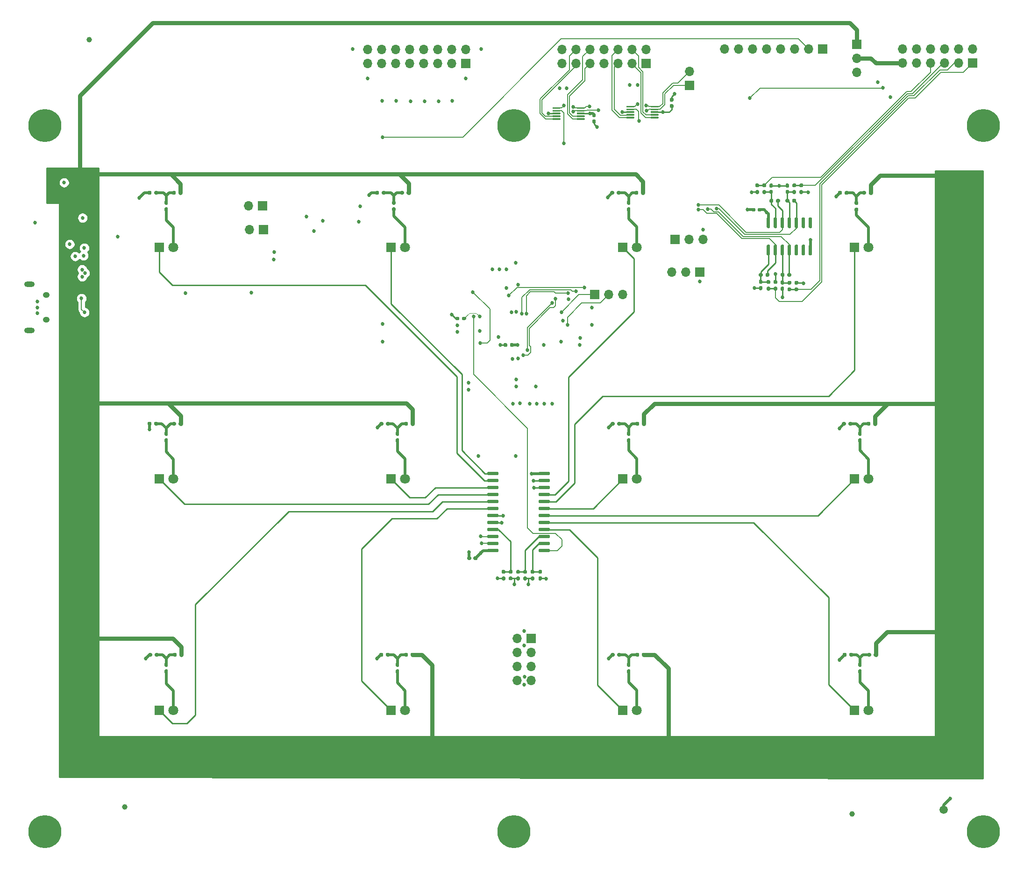
<source format=gtl>
G04 #@! TF.GenerationSoftware,KiCad,Pcbnew,(5.1.9)-1*
G04 #@! TF.CreationDate,2021-06-08T08:05:01+01:00*
G04 #@! TF.ProjectId,LED_Board,4c45445f-426f-4617-9264-2e6b69636164,rev?*
G04 #@! TF.SameCoordinates,Original*
G04 #@! TF.FileFunction,Copper,L1,Top*
G04 #@! TF.FilePolarity,Positive*
%FSLAX46Y46*%
G04 Gerber Fmt 4.6, Leading zero omitted, Abs format (unit mm)*
G04 Created by KiCad (PCBNEW (5.1.9)-1) date 2021-06-08 08:05:01*
%MOMM*%
%LPD*%
G01*
G04 APERTURE LIST*
G04 #@! TA.AperFunction,SMDPad,CuDef*
%ADD10C,1.000000*%
G04 #@! TD*
G04 #@! TA.AperFunction,ComponentPad*
%ADD11O,1.250000X1.050000*%
G04 #@! TD*
G04 #@! TA.AperFunction,ComponentPad*
%ADD12O,1.900000X1.000000*%
G04 #@! TD*
G04 #@! TA.AperFunction,ComponentPad*
%ADD13R,1.700000X1.700000*%
G04 #@! TD*
G04 #@! TA.AperFunction,ComponentPad*
%ADD14O,1.700000X1.700000*%
G04 #@! TD*
G04 #@! TA.AperFunction,ComponentPad*
%ADD15C,1.800000*%
G04 #@! TD*
G04 #@! TA.AperFunction,ComponentPad*
%ADD16R,1.800000X1.800000*%
G04 #@! TD*
G04 #@! TA.AperFunction,SMDPad,CuDef*
%ADD17C,1.500000*%
G04 #@! TD*
G04 #@! TA.AperFunction,ComponentPad*
%ADD18C,0.800000*%
G04 #@! TD*
G04 #@! TA.AperFunction,ComponentPad*
%ADD19C,6.000000*%
G04 #@! TD*
G04 #@! TA.AperFunction,ViaPad*
%ADD20C,0.685800*%
G04 #@! TD*
G04 #@! TA.AperFunction,Conductor*
%ADD21C,0.254000*%
G04 #@! TD*
G04 #@! TA.AperFunction,Conductor*
%ADD22C,0.508000*%
G04 #@! TD*
G04 #@! TA.AperFunction,Conductor*
%ADD23C,0.152400*%
G04 #@! TD*
G04 #@! TA.AperFunction,Conductor*
%ADD24C,0.762000*%
G04 #@! TD*
G04 #@! TA.AperFunction,Conductor*
%ADD25C,0.117348*%
G04 #@! TD*
G04 #@! TA.AperFunction,Conductor*
%ADD26C,0.100000*%
G04 #@! TD*
G04 APERTURE END LIST*
D10*
X219964000Y-222491300D03*
X88176100Y-221259400D03*
X81711800Y-82003900D03*
D11*
X73942200Y-132819100D03*
X73942200Y-128369100D03*
D12*
X70942200Y-134769100D03*
X70942200Y-126419100D03*
D13*
X161848800Y-190652400D03*
D14*
X159308800Y-190652400D03*
X161848800Y-193192400D03*
X159308800Y-193192400D03*
X161848800Y-195732400D03*
X159308800Y-195732400D03*
X161848800Y-198272400D03*
X159308800Y-198272400D03*
G04 #@! TA.AperFunction,SMDPad,CuDef*
G36*
G01*
X159301200Y-178216600D02*
X159621200Y-178216600D01*
G75*
G02*
X159781200Y-178376600I0J-160000D01*
G01*
X159781200Y-178771600D01*
G75*
G02*
X159621200Y-178931600I-160000J0D01*
G01*
X159301200Y-178931600D01*
G75*
G02*
X159141200Y-178771600I0J160000D01*
G01*
X159141200Y-178376600D01*
G75*
G02*
X159301200Y-178216600I160000J0D01*
G01*
G37*
G04 #@! TD.AperFunction*
G04 #@! TA.AperFunction,SMDPad,CuDef*
G36*
G01*
X159301200Y-179411600D02*
X159621200Y-179411600D01*
G75*
G02*
X159781200Y-179571600I0J-160000D01*
G01*
X159781200Y-179966600D01*
G75*
G02*
X159621200Y-180126600I-160000J0D01*
G01*
X159301200Y-180126600D01*
G75*
G02*
X159141200Y-179966600I0J160000D01*
G01*
X159141200Y-179571600D01*
G75*
G02*
X159301200Y-179411600I160000J0D01*
G01*
G37*
G04 #@! TD.AperFunction*
G04 #@! TA.AperFunction,SMDPad,CuDef*
G36*
G01*
X162237400Y-178931600D02*
X161917400Y-178931600D01*
G75*
G02*
X161757400Y-178771600I0J160000D01*
G01*
X161757400Y-178376600D01*
G75*
G02*
X161917400Y-178216600I160000J0D01*
G01*
X162237400Y-178216600D01*
G75*
G02*
X162397400Y-178376600I0J-160000D01*
G01*
X162397400Y-178771600D01*
G75*
G02*
X162237400Y-178931600I-160000J0D01*
G01*
G37*
G04 #@! TD.AperFunction*
G04 #@! TA.AperFunction,SMDPad,CuDef*
G36*
G01*
X162237400Y-180126600D02*
X161917400Y-180126600D01*
G75*
G02*
X161757400Y-179966600I0J160000D01*
G01*
X161757400Y-179571600D01*
G75*
G02*
X161917400Y-179411600I160000J0D01*
G01*
X162237400Y-179411600D01*
G75*
G02*
X162397400Y-179571600I0J-160000D01*
G01*
X162397400Y-179966600D01*
G75*
G02*
X162237400Y-180126600I-160000J0D01*
G01*
G37*
G04 #@! TD.AperFunction*
G04 #@! TA.AperFunction,SMDPad,CuDef*
G36*
G01*
X163314400Y-178216600D02*
X163634400Y-178216600D01*
G75*
G02*
X163794400Y-178376600I0J-160000D01*
G01*
X163794400Y-178771600D01*
G75*
G02*
X163634400Y-178931600I-160000J0D01*
G01*
X163314400Y-178931600D01*
G75*
G02*
X163154400Y-178771600I0J160000D01*
G01*
X163154400Y-178376600D01*
G75*
G02*
X163314400Y-178216600I160000J0D01*
G01*
G37*
G04 #@! TD.AperFunction*
G04 #@! TA.AperFunction,SMDPad,CuDef*
G36*
G01*
X163314400Y-179411600D02*
X163634400Y-179411600D01*
G75*
G02*
X163794400Y-179571600I0J-160000D01*
G01*
X163794400Y-179966600D01*
G75*
G02*
X163634400Y-180126600I-160000J0D01*
G01*
X163314400Y-180126600D01*
G75*
G02*
X163154400Y-179966600I0J160000D01*
G01*
X163154400Y-179571600D01*
G75*
G02*
X163314400Y-179411600I160000J0D01*
G01*
G37*
G04 #@! TD.AperFunction*
G04 #@! TA.AperFunction,SMDPad,CuDef*
G36*
G01*
X160891200Y-178931600D02*
X160571200Y-178931600D01*
G75*
G02*
X160411200Y-178771600I0J160000D01*
G01*
X160411200Y-178376600D01*
G75*
G02*
X160571200Y-178216600I160000J0D01*
G01*
X160891200Y-178216600D01*
G75*
G02*
X161051200Y-178376600I0J-160000D01*
G01*
X161051200Y-178771600D01*
G75*
G02*
X160891200Y-178931600I-160000J0D01*
G01*
G37*
G04 #@! TD.AperFunction*
G04 #@! TA.AperFunction,SMDPad,CuDef*
G36*
G01*
X160891200Y-180126600D02*
X160571200Y-180126600D01*
G75*
G02*
X160411200Y-179966600I0J160000D01*
G01*
X160411200Y-179571600D01*
G75*
G02*
X160571200Y-179411600I160000J0D01*
G01*
X160891200Y-179411600D01*
G75*
G02*
X161051200Y-179571600I0J-160000D01*
G01*
X161051200Y-179966600D01*
G75*
G02*
X160891200Y-180126600I-160000J0D01*
G01*
G37*
G04 #@! TD.AperFunction*
G04 #@! TA.AperFunction,SMDPad,CuDef*
G36*
G01*
X150980800Y-175943200D02*
X150980800Y-176253200D01*
G75*
G02*
X150825800Y-176408200I-155000J0D01*
G01*
X150400800Y-176408200D01*
G75*
G02*
X150245800Y-176253200I0J155000D01*
G01*
X150245800Y-175943200D01*
G75*
G02*
X150400800Y-175788200I155000J0D01*
G01*
X150825800Y-175788200D01*
G75*
G02*
X150980800Y-175943200I0J-155000D01*
G01*
G37*
G04 #@! TD.AperFunction*
G04 #@! TA.AperFunction,SMDPad,CuDef*
G36*
G01*
X152115800Y-175943200D02*
X152115800Y-176253200D01*
G75*
G02*
X151960800Y-176408200I-155000J0D01*
G01*
X151535800Y-176408200D01*
G75*
G02*
X151380800Y-176253200I0J155000D01*
G01*
X151380800Y-175943200D01*
G75*
G02*
X151535800Y-175788200I155000J0D01*
G01*
X151960800Y-175788200D01*
G75*
G02*
X152115800Y-175943200I0J-155000D01*
G01*
G37*
G04 #@! TD.AperFunction*
G04 #@! TA.AperFunction,SMDPad,CuDef*
G36*
G01*
X203273600Y-125591100D02*
X203583600Y-125591100D01*
G75*
G02*
X203738600Y-125746100I0J-155000D01*
G01*
X203738600Y-126171100D01*
G75*
G02*
X203583600Y-126326100I-155000J0D01*
G01*
X203273600Y-126326100D01*
G75*
G02*
X203118600Y-126171100I0J155000D01*
G01*
X203118600Y-125746100D01*
G75*
G02*
X203273600Y-125591100I155000J0D01*
G01*
G37*
G04 #@! TD.AperFunction*
G04 #@! TA.AperFunction,SMDPad,CuDef*
G36*
G01*
X203273600Y-126726100D02*
X203583600Y-126726100D01*
G75*
G02*
X203738600Y-126881100I0J-155000D01*
G01*
X203738600Y-127306100D01*
G75*
G02*
X203583600Y-127461100I-155000J0D01*
G01*
X203273600Y-127461100D01*
G75*
G02*
X203118600Y-127306100I0J155000D01*
G01*
X203118600Y-126881100D01*
G75*
G02*
X203273600Y-126726100I155000J0D01*
G01*
G37*
G04 #@! TD.AperFunction*
G04 #@! TA.AperFunction,SMDPad,CuDef*
G36*
G01*
X207210600Y-125726100D02*
X207520600Y-125726100D01*
G75*
G02*
X207675600Y-125881100I0J-155000D01*
G01*
X207675600Y-126306100D01*
G75*
G02*
X207520600Y-126461100I-155000J0D01*
G01*
X207210600Y-126461100D01*
G75*
G02*
X207055600Y-126306100I0J155000D01*
G01*
X207055600Y-125881100D01*
G75*
G02*
X207210600Y-125726100I155000J0D01*
G01*
G37*
G04 #@! TD.AperFunction*
G04 #@! TA.AperFunction,SMDPad,CuDef*
G36*
G01*
X207210600Y-126861100D02*
X207520600Y-126861100D01*
G75*
G02*
X207675600Y-127016100I0J-155000D01*
G01*
X207675600Y-127441100D01*
G75*
G02*
X207520600Y-127596100I-155000J0D01*
G01*
X207210600Y-127596100D01*
G75*
G02*
X207055600Y-127441100I0J155000D01*
G01*
X207055600Y-127016100D01*
G75*
G02*
X207210600Y-126861100I155000J0D01*
G01*
G37*
G04 #@! TD.AperFunction*
G04 #@! TA.AperFunction,SMDPad,CuDef*
G36*
G01*
X208409600Y-108867600D02*
X208099600Y-108867600D01*
G75*
G02*
X207944600Y-108712600I0J155000D01*
G01*
X207944600Y-108287600D01*
G75*
G02*
X208099600Y-108132600I155000J0D01*
G01*
X208409600Y-108132600D01*
G75*
G02*
X208564600Y-108287600I0J-155000D01*
G01*
X208564600Y-108712600D01*
G75*
G02*
X208409600Y-108867600I-155000J0D01*
G01*
G37*
G04 #@! TD.AperFunction*
G04 #@! TA.AperFunction,SMDPad,CuDef*
G36*
G01*
X208409600Y-110002600D02*
X208099600Y-110002600D01*
G75*
G02*
X207944600Y-109847600I0J155000D01*
G01*
X207944600Y-109422600D01*
G75*
G02*
X208099600Y-109267600I155000J0D01*
G01*
X208409600Y-109267600D01*
G75*
G02*
X208564600Y-109422600I0J-155000D01*
G01*
X208564600Y-109847600D01*
G75*
G02*
X208409600Y-110002600I-155000J0D01*
G01*
G37*
G04 #@! TD.AperFunction*
G04 #@! TA.AperFunction,SMDPad,CuDef*
G36*
G01*
X205488600Y-108867600D02*
X205178600Y-108867600D01*
G75*
G02*
X205023600Y-108712600I0J155000D01*
G01*
X205023600Y-108287600D01*
G75*
G02*
X205178600Y-108132600I155000J0D01*
G01*
X205488600Y-108132600D01*
G75*
G02*
X205643600Y-108287600I0J-155000D01*
G01*
X205643600Y-108712600D01*
G75*
G02*
X205488600Y-108867600I-155000J0D01*
G01*
G37*
G04 #@! TD.AperFunction*
G04 #@! TA.AperFunction,SMDPad,CuDef*
G36*
G01*
X205488600Y-110002600D02*
X205178600Y-110002600D01*
G75*
G02*
X205023600Y-109847600I0J155000D01*
G01*
X205023600Y-109422600D01*
G75*
G02*
X205178600Y-109267600I155000J0D01*
G01*
X205488600Y-109267600D01*
G75*
G02*
X205643600Y-109422600I0J-155000D01*
G01*
X205643600Y-109847600D01*
G75*
G02*
X205488600Y-110002600I-155000J0D01*
G01*
G37*
G04 #@! TD.AperFunction*
G04 #@! TA.AperFunction,SMDPad,CuDef*
G36*
G01*
X173085700Y-95381800D02*
X173395700Y-95381800D01*
G75*
G02*
X173550700Y-95536800I0J-155000D01*
G01*
X173550700Y-95961800D01*
G75*
G02*
X173395700Y-96116800I-155000J0D01*
G01*
X173085700Y-96116800D01*
G75*
G02*
X172930700Y-95961800I0J155000D01*
G01*
X172930700Y-95536800D01*
G75*
G02*
X173085700Y-95381800I155000J0D01*
G01*
G37*
G04 #@! TD.AperFunction*
G04 #@! TA.AperFunction,SMDPad,CuDef*
G36*
G01*
X173085700Y-96516800D02*
X173395700Y-96516800D01*
G75*
G02*
X173550700Y-96671800I0J-155000D01*
G01*
X173550700Y-97096800D01*
G75*
G02*
X173395700Y-97251800I-155000J0D01*
G01*
X173085700Y-97251800D01*
G75*
G02*
X172930700Y-97096800I0J155000D01*
G01*
X172930700Y-96671800D01*
G75*
G02*
X173085700Y-96516800I155000J0D01*
G01*
G37*
G04 #@! TD.AperFunction*
G04 #@! TA.AperFunction,SMDPad,CuDef*
G36*
G01*
X187467300Y-93297400D02*
X187157300Y-93297400D01*
G75*
G02*
X187002300Y-93142400I0J155000D01*
G01*
X187002300Y-92717400D01*
G75*
G02*
X187157300Y-92562400I155000J0D01*
G01*
X187467300Y-92562400D01*
G75*
G02*
X187622300Y-92717400I0J-155000D01*
G01*
X187622300Y-93142400D01*
G75*
G02*
X187467300Y-93297400I-155000J0D01*
G01*
G37*
G04 #@! TD.AperFunction*
G04 #@! TA.AperFunction,SMDPad,CuDef*
G36*
G01*
X187467300Y-94432400D02*
X187157300Y-94432400D01*
G75*
G02*
X187002300Y-94277400I0J155000D01*
G01*
X187002300Y-93852400D01*
G75*
G02*
X187157300Y-93697400I155000J0D01*
G01*
X187467300Y-93697400D01*
G75*
G02*
X187622300Y-93852400I0J-155000D01*
G01*
X187622300Y-94277400D01*
G75*
G02*
X187467300Y-94432400I-155000J0D01*
G01*
G37*
G04 #@! TD.AperFunction*
D15*
X96992800Y-119690200D03*
D16*
X94452800Y-119690200D03*
D15*
X138992800Y-119690200D03*
D16*
X136452800Y-119690200D03*
X178452800Y-119690200D03*
D15*
X180992800Y-119690200D03*
D16*
X220452800Y-119690200D03*
D15*
X222992800Y-119690200D03*
D16*
X94452800Y-161690200D03*
D15*
X96992800Y-161690200D03*
X138992800Y-161690200D03*
D16*
X136452800Y-161690200D03*
D15*
X180992800Y-161690200D03*
D16*
X178452800Y-161690200D03*
D15*
X222992800Y-161690200D03*
D16*
X220452800Y-161690200D03*
D15*
X96992800Y-203690200D03*
D16*
X94452800Y-203690200D03*
X136452800Y-203690200D03*
D15*
X138992800Y-203690200D03*
D16*
X178452800Y-203690200D03*
D15*
X180992800Y-203690200D03*
D16*
X220452800Y-203690200D03*
D15*
X222992800Y-203690200D03*
D13*
X182651400Y-86321900D03*
D14*
X182651400Y-83781900D03*
X180111400Y-86321900D03*
X180111400Y-83781900D03*
X177571400Y-86321900D03*
X177571400Y-83781900D03*
X175031400Y-86321900D03*
X175031400Y-83781900D03*
X172491400Y-86321900D03*
X172491400Y-83781900D03*
X169951400Y-86321900D03*
X169951400Y-83781900D03*
X167411400Y-86321900D03*
X167411400Y-83781900D03*
X187325000Y-124206000D03*
X189865000Y-124206000D03*
D13*
X192405000Y-124206000D03*
X150012400Y-86321900D03*
D14*
X150012400Y-83781900D03*
X147472400Y-86321900D03*
X147472400Y-83781900D03*
X144932400Y-86321900D03*
X144932400Y-83781900D03*
X142392400Y-86321900D03*
X142392400Y-83781900D03*
X139852400Y-86321900D03*
X139852400Y-83781900D03*
X137312400Y-86321900D03*
X137312400Y-83781900D03*
X134772400Y-86321900D03*
X134772400Y-83781900D03*
X132232400Y-86321900D03*
X132232400Y-83781900D03*
D13*
X187896500Y-118300500D03*
D14*
X190436500Y-118300500D03*
X192976500Y-118300500D03*
D13*
X214693500Y-83756500D03*
D14*
X212153500Y-83756500D03*
X209613500Y-83756500D03*
X207073500Y-83756500D03*
X204533500Y-83756500D03*
X201993500Y-83756500D03*
X199453500Y-83756500D03*
X196913500Y-83756500D03*
D13*
X113284000Y-116522500D03*
D14*
X110744000Y-116522500D03*
X110655100Y-112204500D03*
D13*
X113195100Y-112204500D03*
G04 #@! TA.AperFunction,SMDPad,CuDef*
G36*
G01*
X97436300Y-109644200D02*
X97436300Y-109964200D01*
G75*
G02*
X97276300Y-110124200I-160000J0D01*
G01*
X96881300Y-110124200D01*
G75*
G02*
X96721300Y-109964200I0J160000D01*
G01*
X96721300Y-109644200D01*
G75*
G02*
X96881300Y-109484200I160000J0D01*
G01*
X97276300Y-109484200D01*
G75*
G02*
X97436300Y-109644200I0J-160000D01*
G01*
G37*
G04 #@! TD.AperFunction*
G04 #@! TA.AperFunction,SMDPad,CuDef*
G36*
G01*
X98631300Y-109644200D02*
X98631300Y-109964200D01*
G75*
G02*
X98471300Y-110124200I-160000J0D01*
G01*
X98076300Y-110124200D01*
G75*
G02*
X97916300Y-109964200I0J160000D01*
G01*
X97916300Y-109644200D01*
G75*
G02*
X98076300Y-109484200I160000J0D01*
G01*
X98471300Y-109484200D01*
G75*
G02*
X98631300Y-109644200I0J-160000D01*
G01*
G37*
G04 #@! TD.AperFunction*
G04 #@! TA.AperFunction,SMDPad,CuDef*
G36*
G01*
X138786300Y-109644200D02*
X138786300Y-109964200D01*
G75*
G02*
X138626300Y-110124200I-160000J0D01*
G01*
X138231300Y-110124200D01*
G75*
G02*
X138071300Y-109964200I0J160000D01*
G01*
X138071300Y-109644200D01*
G75*
G02*
X138231300Y-109484200I160000J0D01*
G01*
X138626300Y-109484200D01*
G75*
G02*
X138786300Y-109644200I0J-160000D01*
G01*
G37*
G04 #@! TD.AperFunction*
G04 #@! TA.AperFunction,SMDPad,CuDef*
G36*
G01*
X139981300Y-109644200D02*
X139981300Y-109964200D01*
G75*
G02*
X139821300Y-110124200I-160000J0D01*
G01*
X139426300Y-110124200D01*
G75*
G02*
X139266300Y-109964200I0J160000D01*
G01*
X139266300Y-109644200D01*
G75*
G02*
X139426300Y-109484200I160000J0D01*
G01*
X139821300Y-109484200D01*
G75*
G02*
X139981300Y-109644200I0J-160000D01*
G01*
G37*
G04 #@! TD.AperFunction*
G04 #@! TA.AperFunction,SMDPad,CuDef*
G36*
G01*
X182451300Y-109644200D02*
X182451300Y-109964200D01*
G75*
G02*
X182291300Y-110124200I-160000J0D01*
G01*
X181896300Y-110124200D01*
G75*
G02*
X181736300Y-109964200I0J160000D01*
G01*
X181736300Y-109644200D01*
G75*
G02*
X181896300Y-109484200I160000J0D01*
G01*
X182291300Y-109484200D01*
G75*
G02*
X182451300Y-109644200I0J-160000D01*
G01*
G37*
G04 #@! TD.AperFunction*
G04 #@! TA.AperFunction,SMDPad,CuDef*
G36*
G01*
X181256300Y-109644200D02*
X181256300Y-109964200D01*
G75*
G02*
X181096300Y-110124200I-160000J0D01*
G01*
X180701300Y-110124200D01*
G75*
G02*
X180541300Y-109964200I0J160000D01*
G01*
X180541300Y-109644200D01*
G75*
G02*
X180701300Y-109484200I160000J0D01*
G01*
X181096300Y-109484200D01*
G75*
G02*
X181256300Y-109644200I0J-160000D01*
G01*
G37*
G04 #@! TD.AperFunction*
G04 #@! TA.AperFunction,SMDPad,CuDef*
G36*
G01*
X95521800Y-112457200D02*
X95841800Y-112457200D01*
G75*
G02*
X96001800Y-112617200I0J-160000D01*
G01*
X96001800Y-113012200D01*
G75*
G02*
X95841800Y-113172200I-160000J0D01*
G01*
X95521800Y-113172200D01*
G75*
G02*
X95361800Y-113012200I0J160000D01*
G01*
X95361800Y-112617200D01*
G75*
G02*
X95521800Y-112457200I160000J0D01*
G01*
G37*
G04 #@! TD.AperFunction*
G04 #@! TA.AperFunction,SMDPad,CuDef*
G36*
G01*
X95521800Y-111262200D02*
X95841800Y-111262200D01*
G75*
G02*
X96001800Y-111422200I0J-160000D01*
G01*
X96001800Y-111817200D01*
G75*
G02*
X95841800Y-111977200I-160000J0D01*
G01*
X95521800Y-111977200D01*
G75*
G02*
X95361800Y-111817200I0J160000D01*
G01*
X95361800Y-111422200D01*
G75*
G02*
X95521800Y-111262200I160000J0D01*
G01*
G37*
G04 #@! TD.AperFunction*
G04 #@! TA.AperFunction,SMDPad,CuDef*
G36*
G01*
X136796800Y-112457200D02*
X137116800Y-112457200D01*
G75*
G02*
X137276800Y-112617200I0J-160000D01*
G01*
X137276800Y-113012200D01*
G75*
G02*
X137116800Y-113172200I-160000J0D01*
G01*
X136796800Y-113172200D01*
G75*
G02*
X136636800Y-113012200I0J160000D01*
G01*
X136636800Y-112617200D01*
G75*
G02*
X136796800Y-112457200I160000J0D01*
G01*
G37*
G04 #@! TD.AperFunction*
G04 #@! TA.AperFunction,SMDPad,CuDef*
G36*
G01*
X136796800Y-111262200D02*
X137116800Y-111262200D01*
G75*
G02*
X137276800Y-111422200I0J-160000D01*
G01*
X137276800Y-111817200D01*
G75*
G02*
X137116800Y-111977200I-160000J0D01*
G01*
X136796800Y-111977200D01*
G75*
G02*
X136636800Y-111817200I0J160000D01*
G01*
X136636800Y-111422200D01*
G75*
G02*
X136796800Y-111262200I160000J0D01*
G01*
G37*
G04 #@! TD.AperFunction*
G04 #@! TA.AperFunction,SMDPad,CuDef*
G36*
G01*
X179341800Y-111262200D02*
X179661800Y-111262200D01*
G75*
G02*
X179821800Y-111422200I0J-160000D01*
G01*
X179821800Y-111817200D01*
G75*
G02*
X179661800Y-111977200I-160000J0D01*
G01*
X179341800Y-111977200D01*
G75*
G02*
X179181800Y-111817200I0J160000D01*
G01*
X179181800Y-111422200D01*
G75*
G02*
X179341800Y-111262200I160000J0D01*
G01*
G37*
G04 #@! TD.AperFunction*
G04 #@! TA.AperFunction,SMDPad,CuDef*
G36*
G01*
X179341800Y-112457200D02*
X179661800Y-112457200D01*
G75*
G02*
X179821800Y-112617200I0J-160000D01*
G01*
X179821800Y-113012200D01*
G75*
G02*
X179661800Y-113172200I-160000J0D01*
G01*
X179341800Y-113172200D01*
G75*
G02*
X179181800Y-113012200I0J160000D01*
G01*
X179181800Y-112617200D01*
G75*
G02*
X179341800Y-112457200I160000J0D01*
G01*
G37*
G04 #@! TD.AperFunction*
G04 #@! TA.AperFunction,SMDPad,CuDef*
G36*
G01*
X92313800Y-109964200D02*
X92313800Y-109644200D01*
G75*
G02*
X92473800Y-109484200I160000J0D01*
G01*
X92868800Y-109484200D01*
G75*
G02*
X93028800Y-109644200I0J-160000D01*
G01*
X93028800Y-109964200D01*
G75*
G02*
X92868800Y-110124200I-160000J0D01*
G01*
X92473800Y-110124200D01*
G75*
G02*
X92313800Y-109964200I0J160000D01*
G01*
G37*
G04 #@! TD.AperFunction*
G04 #@! TA.AperFunction,SMDPad,CuDef*
G36*
G01*
X93508800Y-109964200D02*
X93508800Y-109644200D01*
G75*
G02*
X93668800Y-109484200I160000J0D01*
G01*
X94063800Y-109484200D01*
G75*
G02*
X94223800Y-109644200I0J-160000D01*
G01*
X94223800Y-109964200D01*
G75*
G02*
X94063800Y-110124200I-160000J0D01*
G01*
X93668800Y-110124200D01*
G75*
G02*
X93508800Y-109964200I0J160000D01*
G01*
G37*
G04 #@! TD.AperFunction*
G04 #@! TA.AperFunction,SMDPad,CuDef*
G36*
G01*
X133551300Y-109964200D02*
X133551300Y-109644200D01*
G75*
G02*
X133711300Y-109484200I160000J0D01*
G01*
X134106300Y-109484200D01*
G75*
G02*
X134266300Y-109644200I0J-160000D01*
G01*
X134266300Y-109964200D01*
G75*
G02*
X134106300Y-110124200I-160000J0D01*
G01*
X133711300Y-110124200D01*
G75*
G02*
X133551300Y-109964200I0J160000D01*
G01*
G37*
G04 #@! TD.AperFunction*
G04 #@! TA.AperFunction,SMDPad,CuDef*
G36*
G01*
X134746300Y-109964200D02*
X134746300Y-109644200D01*
G75*
G02*
X134906300Y-109484200I160000J0D01*
G01*
X135301300Y-109484200D01*
G75*
G02*
X135461300Y-109644200I0J-160000D01*
G01*
X135461300Y-109964200D01*
G75*
G02*
X135301300Y-110124200I-160000J0D01*
G01*
X134906300Y-110124200D01*
G75*
G02*
X134746300Y-109964200I0J160000D01*
G01*
G37*
G04 #@! TD.AperFunction*
G04 #@! TA.AperFunction,SMDPad,CuDef*
G36*
G01*
X177366300Y-109964200D02*
X177366300Y-109644200D01*
G75*
G02*
X177526300Y-109484200I160000J0D01*
G01*
X177921300Y-109484200D01*
G75*
G02*
X178081300Y-109644200I0J-160000D01*
G01*
X178081300Y-109964200D01*
G75*
G02*
X177921300Y-110124200I-160000J0D01*
G01*
X177526300Y-110124200D01*
G75*
G02*
X177366300Y-109964200I0J160000D01*
G01*
G37*
G04 #@! TD.AperFunction*
G04 #@! TA.AperFunction,SMDPad,CuDef*
G36*
G01*
X176171300Y-109964200D02*
X176171300Y-109644200D01*
G75*
G02*
X176331300Y-109484200I160000J0D01*
G01*
X176726300Y-109484200D01*
G75*
G02*
X176886300Y-109644200I0J-160000D01*
G01*
X176886300Y-109964200D01*
G75*
G02*
X176726300Y-110124200I-160000J0D01*
G01*
X176331300Y-110124200D01*
G75*
G02*
X176171300Y-109964200I0J160000D01*
G01*
G37*
G04 #@! TD.AperFunction*
G04 #@! TA.AperFunction,SMDPad,CuDef*
G36*
G01*
X222531300Y-109644200D02*
X222531300Y-109964200D01*
G75*
G02*
X222371300Y-110124200I-160000J0D01*
G01*
X221976300Y-110124200D01*
G75*
G02*
X221816300Y-109964200I0J160000D01*
G01*
X221816300Y-109644200D01*
G75*
G02*
X221976300Y-109484200I160000J0D01*
G01*
X222371300Y-109484200D01*
G75*
G02*
X222531300Y-109644200I0J-160000D01*
G01*
G37*
G04 #@! TD.AperFunction*
G04 #@! TA.AperFunction,SMDPad,CuDef*
G36*
G01*
X223726300Y-109644200D02*
X223726300Y-109964200D01*
G75*
G02*
X223566300Y-110124200I-160000J0D01*
G01*
X223171300Y-110124200D01*
G75*
G02*
X223011300Y-109964200I0J160000D01*
G01*
X223011300Y-109644200D01*
G75*
G02*
X223171300Y-109484200I160000J0D01*
G01*
X223566300Y-109484200D01*
G75*
G02*
X223726300Y-109644200I0J-160000D01*
G01*
G37*
G04 #@! TD.AperFunction*
G04 #@! TA.AperFunction,SMDPad,CuDef*
G36*
G01*
X98668800Y-151537200D02*
X98668800Y-151857200D01*
G75*
G02*
X98508800Y-152017200I-160000J0D01*
G01*
X98113800Y-152017200D01*
G75*
G02*
X97953800Y-151857200I0J160000D01*
G01*
X97953800Y-151537200D01*
G75*
G02*
X98113800Y-151377200I160000J0D01*
G01*
X98508800Y-151377200D01*
G75*
G02*
X98668800Y-151537200I0J-160000D01*
G01*
G37*
G04 #@! TD.AperFunction*
G04 #@! TA.AperFunction,SMDPad,CuDef*
G36*
G01*
X97473800Y-151537200D02*
X97473800Y-151857200D01*
G75*
G02*
X97313800Y-152017200I-160000J0D01*
G01*
X96918800Y-152017200D01*
G75*
G02*
X96758800Y-151857200I0J160000D01*
G01*
X96758800Y-151537200D01*
G75*
G02*
X96918800Y-151377200I160000J0D01*
G01*
X97313800Y-151377200D01*
G75*
G02*
X97473800Y-151537200I0J-160000D01*
G01*
G37*
G04 #@! TD.AperFunction*
G04 #@! TA.AperFunction,SMDPad,CuDef*
G36*
G01*
X139510800Y-151537200D02*
X139510800Y-151857200D01*
G75*
G02*
X139350800Y-152017200I-160000J0D01*
G01*
X138955800Y-152017200D01*
G75*
G02*
X138795800Y-151857200I0J160000D01*
G01*
X138795800Y-151537200D01*
G75*
G02*
X138955800Y-151377200I160000J0D01*
G01*
X139350800Y-151377200D01*
G75*
G02*
X139510800Y-151537200I0J-160000D01*
G01*
G37*
G04 #@! TD.AperFunction*
G04 #@! TA.AperFunction,SMDPad,CuDef*
G36*
G01*
X140705800Y-151537200D02*
X140705800Y-151857200D01*
G75*
G02*
X140545800Y-152017200I-160000J0D01*
G01*
X140150800Y-152017200D01*
G75*
G02*
X139990800Y-151857200I0J160000D01*
G01*
X139990800Y-151537200D01*
G75*
G02*
X140150800Y-151377200I160000J0D01*
G01*
X140545800Y-151377200D01*
G75*
G02*
X140705800Y-151537200I0J-160000D01*
G01*
G37*
G04 #@! TD.AperFunction*
G04 #@! TA.AperFunction,SMDPad,CuDef*
G36*
G01*
X220616800Y-112494700D02*
X220936800Y-112494700D01*
G75*
G02*
X221096800Y-112654700I0J-160000D01*
G01*
X221096800Y-113049700D01*
G75*
G02*
X220936800Y-113209700I-160000J0D01*
G01*
X220616800Y-113209700D01*
G75*
G02*
X220456800Y-113049700I0J160000D01*
G01*
X220456800Y-112654700D01*
G75*
G02*
X220616800Y-112494700I160000J0D01*
G01*
G37*
G04 #@! TD.AperFunction*
G04 #@! TA.AperFunction,SMDPad,CuDef*
G36*
G01*
X220616800Y-111299700D02*
X220936800Y-111299700D01*
G75*
G02*
X221096800Y-111459700I0J-160000D01*
G01*
X221096800Y-111854700D01*
G75*
G02*
X220936800Y-112014700I-160000J0D01*
G01*
X220616800Y-112014700D01*
G75*
G02*
X220456800Y-111854700I0J160000D01*
G01*
X220456800Y-111459700D01*
G75*
G02*
X220616800Y-111299700I160000J0D01*
G01*
G37*
G04 #@! TD.AperFunction*
G04 #@! TA.AperFunction,SMDPad,CuDef*
G36*
G01*
X95521800Y-154367200D02*
X95841800Y-154367200D01*
G75*
G02*
X96001800Y-154527200I0J-160000D01*
G01*
X96001800Y-154922200D01*
G75*
G02*
X95841800Y-155082200I-160000J0D01*
G01*
X95521800Y-155082200D01*
G75*
G02*
X95361800Y-154922200I0J160000D01*
G01*
X95361800Y-154527200D01*
G75*
G02*
X95521800Y-154367200I160000J0D01*
G01*
G37*
G04 #@! TD.AperFunction*
G04 #@! TA.AperFunction,SMDPad,CuDef*
G36*
G01*
X95521800Y-153172200D02*
X95841800Y-153172200D01*
G75*
G02*
X96001800Y-153332200I0J-160000D01*
G01*
X96001800Y-153727200D01*
G75*
G02*
X95841800Y-153887200I-160000J0D01*
G01*
X95521800Y-153887200D01*
G75*
G02*
X95361800Y-153727200I0J160000D01*
G01*
X95361800Y-153332200D01*
G75*
G02*
X95521800Y-153172200I160000J0D01*
G01*
G37*
G04 #@! TD.AperFunction*
G04 #@! TA.AperFunction,SMDPad,CuDef*
G36*
G01*
X137431800Y-153172200D02*
X137751800Y-153172200D01*
G75*
G02*
X137911800Y-153332200I0J-160000D01*
G01*
X137911800Y-153727200D01*
G75*
G02*
X137751800Y-153887200I-160000J0D01*
G01*
X137431800Y-153887200D01*
G75*
G02*
X137271800Y-153727200I0J160000D01*
G01*
X137271800Y-153332200D01*
G75*
G02*
X137431800Y-153172200I160000J0D01*
G01*
G37*
G04 #@! TD.AperFunction*
G04 #@! TA.AperFunction,SMDPad,CuDef*
G36*
G01*
X137431800Y-154367200D02*
X137751800Y-154367200D01*
G75*
G02*
X137911800Y-154527200I0J-160000D01*
G01*
X137911800Y-154922200D01*
G75*
G02*
X137751800Y-155082200I-160000J0D01*
G01*
X137431800Y-155082200D01*
G75*
G02*
X137271800Y-154922200I0J160000D01*
G01*
X137271800Y-154527200D01*
G75*
G02*
X137431800Y-154367200I160000J0D01*
G01*
G37*
G04 #@! TD.AperFunction*
G04 #@! TA.AperFunction,SMDPad,CuDef*
G36*
G01*
X217446300Y-109964200D02*
X217446300Y-109644200D01*
G75*
G02*
X217606300Y-109484200I160000J0D01*
G01*
X218001300Y-109484200D01*
G75*
G02*
X218161300Y-109644200I0J-160000D01*
G01*
X218161300Y-109964200D01*
G75*
G02*
X218001300Y-110124200I-160000J0D01*
G01*
X217606300Y-110124200D01*
G75*
G02*
X217446300Y-109964200I0J160000D01*
G01*
G37*
G04 #@! TD.AperFunction*
G04 #@! TA.AperFunction,SMDPad,CuDef*
G36*
G01*
X218641300Y-109964200D02*
X218641300Y-109644200D01*
G75*
G02*
X218801300Y-109484200I160000J0D01*
G01*
X219196300Y-109484200D01*
G75*
G02*
X219356300Y-109644200I0J-160000D01*
G01*
X219356300Y-109964200D01*
G75*
G02*
X219196300Y-110124200I-160000J0D01*
G01*
X218801300Y-110124200D01*
G75*
G02*
X218641300Y-109964200I0J160000D01*
G01*
G37*
G04 #@! TD.AperFunction*
G04 #@! TA.AperFunction,SMDPad,CuDef*
G36*
G01*
X92313800Y-151857200D02*
X92313800Y-151537200D01*
G75*
G02*
X92473800Y-151377200I160000J0D01*
G01*
X92868800Y-151377200D01*
G75*
G02*
X93028800Y-151537200I0J-160000D01*
G01*
X93028800Y-151857200D01*
G75*
G02*
X92868800Y-152017200I-160000J0D01*
G01*
X92473800Y-152017200D01*
G75*
G02*
X92313800Y-151857200I0J160000D01*
G01*
G37*
G04 #@! TD.AperFunction*
G04 #@! TA.AperFunction,SMDPad,CuDef*
G36*
G01*
X93508800Y-151857200D02*
X93508800Y-151537200D01*
G75*
G02*
X93668800Y-151377200I160000J0D01*
G01*
X94063800Y-151377200D01*
G75*
G02*
X94223800Y-151537200I0J-160000D01*
G01*
X94223800Y-151857200D01*
G75*
G02*
X94063800Y-152017200I-160000J0D01*
G01*
X93668800Y-152017200D01*
G75*
G02*
X93508800Y-151857200I0J160000D01*
G01*
G37*
G04 #@! TD.AperFunction*
G04 #@! TA.AperFunction,SMDPad,CuDef*
G36*
G01*
X134350800Y-151857200D02*
X134350800Y-151537200D01*
G75*
G02*
X134510800Y-151377200I160000J0D01*
G01*
X134905800Y-151377200D01*
G75*
G02*
X135065800Y-151537200I0J-160000D01*
G01*
X135065800Y-151857200D01*
G75*
G02*
X134905800Y-152017200I-160000J0D01*
G01*
X134510800Y-152017200D01*
G75*
G02*
X134350800Y-151857200I0J160000D01*
G01*
G37*
G04 #@! TD.AperFunction*
G04 #@! TA.AperFunction,SMDPad,CuDef*
G36*
G01*
X135545800Y-151857200D02*
X135545800Y-151537200D01*
G75*
G02*
X135705800Y-151377200I160000J0D01*
G01*
X136100800Y-151377200D01*
G75*
G02*
X136260800Y-151537200I0J-160000D01*
G01*
X136260800Y-151857200D01*
G75*
G02*
X136100800Y-152017200I-160000J0D01*
G01*
X135705800Y-152017200D01*
G75*
G02*
X135545800Y-151857200I0J160000D01*
G01*
G37*
G04 #@! TD.AperFunction*
G04 #@! TA.AperFunction,SMDPad,CuDef*
G36*
G01*
X181420800Y-151537200D02*
X181420800Y-151857200D01*
G75*
G02*
X181260800Y-152017200I-160000J0D01*
G01*
X180865800Y-152017200D01*
G75*
G02*
X180705800Y-151857200I0J160000D01*
G01*
X180705800Y-151537200D01*
G75*
G02*
X180865800Y-151377200I160000J0D01*
G01*
X181260800Y-151377200D01*
G75*
G02*
X181420800Y-151537200I0J-160000D01*
G01*
G37*
G04 #@! TD.AperFunction*
G04 #@! TA.AperFunction,SMDPad,CuDef*
G36*
G01*
X182615800Y-151537200D02*
X182615800Y-151857200D01*
G75*
G02*
X182455800Y-152017200I-160000J0D01*
G01*
X182060800Y-152017200D01*
G75*
G02*
X181900800Y-151857200I0J160000D01*
G01*
X181900800Y-151537200D01*
G75*
G02*
X182060800Y-151377200I160000J0D01*
G01*
X182455800Y-151377200D01*
G75*
G02*
X182615800Y-151537200I0J-160000D01*
G01*
G37*
G04 #@! TD.AperFunction*
G04 #@! TA.AperFunction,SMDPad,CuDef*
G36*
G01*
X224525800Y-151537200D02*
X224525800Y-151857200D01*
G75*
G02*
X224365800Y-152017200I-160000J0D01*
G01*
X223970800Y-152017200D01*
G75*
G02*
X223810800Y-151857200I0J160000D01*
G01*
X223810800Y-151537200D01*
G75*
G02*
X223970800Y-151377200I160000J0D01*
G01*
X224365800Y-151377200D01*
G75*
G02*
X224525800Y-151537200I0J-160000D01*
G01*
G37*
G04 #@! TD.AperFunction*
G04 #@! TA.AperFunction,SMDPad,CuDef*
G36*
G01*
X223330800Y-151537200D02*
X223330800Y-151857200D01*
G75*
G02*
X223170800Y-152017200I-160000J0D01*
G01*
X222775800Y-152017200D01*
G75*
G02*
X222615800Y-151857200I0J160000D01*
G01*
X222615800Y-151537200D01*
G75*
G02*
X222775800Y-151377200I160000J0D01*
G01*
X223170800Y-151377200D01*
G75*
G02*
X223330800Y-151537200I0J-160000D01*
G01*
G37*
G04 #@! TD.AperFunction*
G04 #@! TA.AperFunction,SMDPad,CuDef*
G36*
G01*
X97600800Y-193447200D02*
X97600800Y-193767200D01*
G75*
G02*
X97440800Y-193927200I-160000J0D01*
G01*
X97045800Y-193927200D01*
G75*
G02*
X96885800Y-193767200I0J160000D01*
G01*
X96885800Y-193447200D01*
G75*
G02*
X97045800Y-193287200I160000J0D01*
G01*
X97440800Y-193287200D01*
G75*
G02*
X97600800Y-193447200I0J-160000D01*
G01*
G37*
G04 #@! TD.AperFunction*
G04 #@! TA.AperFunction,SMDPad,CuDef*
G36*
G01*
X98795800Y-193447200D02*
X98795800Y-193767200D01*
G75*
G02*
X98635800Y-193927200I-160000J0D01*
G01*
X98240800Y-193927200D01*
G75*
G02*
X98080800Y-193767200I0J160000D01*
G01*
X98080800Y-193447200D01*
G75*
G02*
X98240800Y-193287200I160000J0D01*
G01*
X98635800Y-193287200D01*
G75*
G02*
X98795800Y-193447200I0J-160000D01*
G01*
G37*
G04 #@! TD.AperFunction*
G04 #@! TA.AperFunction,SMDPad,CuDef*
G36*
G01*
X179341800Y-153172200D02*
X179661800Y-153172200D01*
G75*
G02*
X179821800Y-153332200I0J-160000D01*
G01*
X179821800Y-153727200D01*
G75*
G02*
X179661800Y-153887200I-160000J0D01*
G01*
X179341800Y-153887200D01*
G75*
G02*
X179181800Y-153727200I0J160000D01*
G01*
X179181800Y-153332200D01*
G75*
G02*
X179341800Y-153172200I160000J0D01*
G01*
G37*
G04 #@! TD.AperFunction*
G04 #@! TA.AperFunction,SMDPad,CuDef*
G36*
G01*
X179341800Y-154367200D02*
X179661800Y-154367200D01*
G75*
G02*
X179821800Y-154527200I0J-160000D01*
G01*
X179821800Y-154922200D01*
G75*
G02*
X179661800Y-155082200I-160000J0D01*
G01*
X179341800Y-155082200D01*
G75*
G02*
X179181800Y-154922200I0J160000D01*
G01*
X179181800Y-154527200D01*
G75*
G02*
X179341800Y-154367200I160000J0D01*
G01*
G37*
G04 #@! TD.AperFunction*
G04 #@! TA.AperFunction,SMDPad,CuDef*
G36*
G01*
X221251800Y-153172200D02*
X221571800Y-153172200D01*
G75*
G02*
X221731800Y-153332200I0J-160000D01*
G01*
X221731800Y-153727200D01*
G75*
G02*
X221571800Y-153887200I-160000J0D01*
G01*
X221251800Y-153887200D01*
G75*
G02*
X221091800Y-153727200I0J160000D01*
G01*
X221091800Y-153332200D01*
G75*
G02*
X221251800Y-153172200I160000J0D01*
G01*
G37*
G04 #@! TD.AperFunction*
G04 #@! TA.AperFunction,SMDPad,CuDef*
G36*
G01*
X221251800Y-154367200D02*
X221571800Y-154367200D01*
G75*
G02*
X221731800Y-154527200I0J-160000D01*
G01*
X221731800Y-154922200D01*
G75*
G02*
X221571800Y-155082200I-160000J0D01*
G01*
X221251800Y-155082200D01*
G75*
G02*
X221091800Y-154922200I0J160000D01*
G01*
X221091800Y-154527200D01*
G75*
G02*
X221251800Y-154367200I160000J0D01*
G01*
G37*
G04 #@! TD.AperFunction*
G04 #@! TA.AperFunction,SMDPad,CuDef*
G36*
G01*
X95521800Y-196277200D02*
X95841800Y-196277200D01*
G75*
G02*
X96001800Y-196437200I0J-160000D01*
G01*
X96001800Y-196832200D01*
G75*
G02*
X95841800Y-196992200I-160000J0D01*
G01*
X95521800Y-196992200D01*
G75*
G02*
X95361800Y-196832200I0J160000D01*
G01*
X95361800Y-196437200D01*
G75*
G02*
X95521800Y-196277200I160000J0D01*
G01*
G37*
G04 #@! TD.AperFunction*
G04 #@! TA.AperFunction,SMDPad,CuDef*
G36*
G01*
X95521800Y-195082200D02*
X95841800Y-195082200D01*
G75*
G02*
X96001800Y-195242200I0J-160000D01*
G01*
X96001800Y-195637200D01*
G75*
G02*
X95841800Y-195797200I-160000J0D01*
G01*
X95521800Y-195797200D01*
G75*
G02*
X95361800Y-195637200I0J160000D01*
G01*
X95361800Y-195242200D01*
G75*
G02*
X95521800Y-195082200I160000J0D01*
G01*
G37*
G04 #@! TD.AperFunction*
G04 #@! TA.AperFunction,SMDPad,CuDef*
G36*
G01*
X176260800Y-151857200D02*
X176260800Y-151537200D01*
G75*
G02*
X176420800Y-151377200I160000J0D01*
G01*
X176815800Y-151377200D01*
G75*
G02*
X176975800Y-151537200I0J-160000D01*
G01*
X176975800Y-151857200D01*
G75*
G02*
X176815800Y-152017200I-160000J0D01*
G01*
X176420800Y-152017200D01*
G75*
G02*
X176260800Y-151857200I0J160000D01*
G01*
G37*
G04 #@! TD.AperFunction*
G04 #@! TA.AperFunction,SMDPad,CuDef*
G36*
G01*
X177455800Y-151857200D02*
X177455800Y-151537200D01*
G75*
G02*
X177615800Y-151377200I160000J0D01*
G01*
X178010800Y-151377200D01*
G75*
G02*
X178170800Y-151537200I0J-160000D01*
G01*
X178170800Y-151857200D01*
G75*
G02*
X178010800Y-152017200I-160000J0D01*
G01*
X177615800Y-152017200D01*
G75*
G02*
X177455800Y-151857200I0J160000D01*
G01*
G37*
G04 #@! TD.AperFunction*
G04 #@! TA.AperFunction,SMDPad,CuDef*
G36*
G01*
X219365800Y-151857200D02*
X219365800Y-151537200D01*
G75*
G02*
X219525800Y-151377200I160000J0D01*
G01*
X219920800Y-151377200D01*
G75*
G02*
X220080800Y-151537200I0J-160000D01*
G01*
X220080800Y-151857200D01*
G75*
G02*
X219920800Y-152017200I-160000J0D01*
G01*
X219525800Y-152017200D01*
G75*
G02*
X219365800Y-151857200I0J160000D01*
G01*
G37*
G04 #@! TD.AperFunction*
G04 #@! TA.AperFunction,SMDPad,CuDef*
G36*
G01*
X218170800Y-151857200D02*
X218170800Y-151537200D01*
G75*
G02*
X218330800Y-151377200I160000J0D01*
G01*
X218725800Y-151377200D01*
G75*
G02*
X218885800Y-151537200I0J-160000D01*
G01*
X218885800Y-151857200D01*
G75*
G02*
X218725800Y-152017200I-160000J0D01*
G01*
X218330800Y-152017200D01*
G75*
G02*
X218170800Y-151857200I0J160000D01*
G01*
G37*
G04 #@! TD.AperFunction*
G04 #@! TA.AperFunction,SMDPad,CuDef*
G36*
G01*
X92440800Y-193767200D02*
X92440800Y-193447200D01*
G75*
G02*
X92600800Y-193287200I160000J0D01*
G01*
X92995800Y-193287200D01*
G75*
G02*
X93155800Y-193447200I0J-160000D01*
G01*
X93155800Y-193767200D01*
G75*
G02*
X92995800Y-193927200I-160000J0D01*
G01*
X92600800Y-193927200D01*
G75*
G02*
X92440800Y-193767200I0J160000D01*
G01*
G37*
G04 #@! TD.AperFunction*
G04 #@! TA.AperFunction,SMDPad,CuDef*
G36*
G01*
X93635800Y-193767200D02*
X93635800Y-193447200D01*
G75*
G02*
X93795800Y-193287200I160000J0D01*
G01*
X94190800Y-193287200D01*
G75*
G02*
X94350800Y-193447200I0J-160000D01*
G01*
X94350800Y-193767200D01*
G75*
G02*
X94190800Y-193927200I-160000J0D01*
G01*
X93795800Y-193927200D01*
G75*
G02*
X93635800Y-193767200I0J160000D01*
G01*
G37*
G04 #@! TD.AperFunction*
G04 #@! TA.AperFunction,SMDPad,CuDef*
G36*
G01*
X139510800Y-193447200D02*
X139510800Y-193767200D01*
G75*
G02*
X139350800Y-193927200I-160000J0D01*
G01*
X138955800Y-193927200D01*
G75*
G02*
X138795800Y-193767200I0J160000D01*
G01*
X138795800Y-193447200D01*
G75*
G02*
X138955800Y-193287200I160000J0D01*
G01*
X139350800Y-193287200D01*
G75*
G02*
X139510800Y-193447200I0J-160000D01*
G01*
G37*
G04 #@! TD.AperFunction*
G04 #@! TA.AperFunction,SMDPad,CuDef*
G36*
G01*
X140705800Y-193447200D02*
X140705800Y-193767200D01*
G75*
G02*
X140545800Y-193927200I-160000J0D01*
G01*
X140150800Y-193927200D01*
G75*
G02*
X139990800Y-193767200I0J160000D01*
G01*
X139990800Y-193447200D01*
G75*
G02*
X140150800Y-193287200I160000J0D01*
G01*
X140545800Y-193287200D01*
G75*
G02*
X140705800Y-193447200I0J-160000D01*
G01*
G37*
G04 #@! TD.AperFunction*
G04 #@! TA.AperFunction,SMDPad,CuDef*
G36*
G01*
X182615800Y-193447200D02*
X182615800Y-193767200D01*
G75*
G02*
X182455800Y-193927200I-160000J0D01*
G01*
X182060800Y-193927200D01*
G75*
G02*
X181900800Y-193767200I0J160000D01*
G01*
X181900800Y-193447200D01*
G75*
G02*
X182060800Y-193287200I160000J0D01*
G01*
X182455800Y-193287200D01*
G75*
G02*
X182615800Y-193447200I0J-160000D01*
G01*
G37*
G04 #@! TD.AperFunction*
G04 #@! TA.AperFunction,SMDPad,CuDef*
G36*
G01*
X181420800Y-193447200D02*
X181420800Y-193767200D01*
G75*
G02*
X181260800Y-193927200I-160000J0D01*
G01*
X180865800Y-193927200D01*
G75*
G02*
X180705800Y-193767200I0J160000D01*
G01*
X180705800Y-193447200D01*
G75*
G02*
X180865800Y-193287200I160000J0D01*
G01*
X181260800Y-193287200D01*
G75*
G02*
X181420800Y-193447200I0J-160000D01*
G01*
G37*
G04 #@! TD.AperFunction*
G04 #@! TA.AperFunction,SMDPad,CuDef*
G36*
G01*
X223457800Y-193447200D02*
X223457800Y-193767200D01*
G75*
G02*
X223297800Y-193927200I-160000J0D01*
G01*
X222902800Y-193927200D01*
G75*
G02*
X222742800Y-193767200I0J160000D01*
G01*
X222742800Y-193447200D01*
G75*
G02*
X222902800Y-193287200I160000J0D01*
G01*
X223297800Y-193287200D01*
G75*
G02*
X223457800Y-193447200I0J-160000D01*
G01*
G37*
G04 #@! TD.AperFunction*
G04 #@! TA.AperFunction,SMDPad,CuDef*
G36*
G01*
X224652800Y-193447200D02*
X224652800Y-193767200D01*
G75*
G02*
X224492800Y-193927200I-160000J0D01*
G01*
X224097800Y-193927200D01*
G75*
G02*
X223937800Y-193767200I0J160000D01*
G01*
X223937800Y-193447200D01*
G75*
G02*
X224097800Y-193287200I160000J0D01*
G01*
X224492800Y-193287200D01*
G75*
G02*
X224652800Y-193447200I0J-160000D01*
G01*
G37*
G04 #@! TD.AperFunction*
G04 #@! TA.AperFunction,SMDPad,CuDef*
G36*
G01*
X137431800Y-196277200D02*
X137751800Y-196277200D01*
G75*
G02*
X137911800Y-196437200I0J-160000D01*
G01*
X137911800Y-196832200D01*
G75*
G02*
X137751800Y-196992200I-160000J0D01*
G01*
X137431800Y-196992200D01*
G75*
G02*
X137271800Y-196832200I0J160000D01*
G01*
X137271800Y-196437200D01*
G75*
G02*
X137431800Y-196277200I160000J0D01*
G01*
G37*
G04 #@! TD.AperFunction*
G04 #@! TA.AperFunction,SMDPad,CuDef*
G36*
G01*
X137431800Y-195082200D02*
X137751800Y-195082200D01*
G75*
G02*
X137911800Y-195242200I0J-160000D01*
G01*
X137911800Y-195637200D01*
G75*
G02*
X137751800Y-195797200I-160000J0D01*
G01*
X137431800Y-195797200D01*
G75*
G02*
X137271800Y-195637200I0J160000D01*
G01*
X137271800Y-195242200D01*
G75*
G02*
X137431800Y-195082200I160000J0D01*
G01*
G37*
G04 #@! TD.AperFunction*
G04 #@! TA.AperFunction,SMDPad,CuDef*
G36*
G01*
X179341800Y-195082200D02*
X179661800Y-195082200D01*
G75*
G02*
X179821800Y-195242200I0J-160000D01*
G01*
X179821800Y-195637200D01*
G75*
G02*
X179661800Y-195797200I-160000J0D01*
G01*
X179341800Y-195797200D01*
G75*
G02*
X179181800Y-195637200I0J160000D01*
G01*
X179181800Y-195242200D01*
G75*
G02*
X179341800Y-195082200I160000J0D01*
G01*
G37*
G04 #@! TD.AperFunction*
G04 #@! TA.AperFunction,SMDPad,CuDef*
G36*
G01*
X179341800Y-196277200D02*
X179661800Y-196277200D01*
G75*
G02*
X179821800Y-196437200I0J-160000D01*
G01*
X179821800Y-196832200D01*
G75*
G02*
X179661800Y-196992200I-160000J0D01*
G01*
X179341800Y-196992200D01*
G75*
G02*
X179181800Y-196832200I0J160000D01*
G01*
X179181800Y-196437200D01*
G75*
G02*
X179341800Y-196277200I160000J0D01*
G01*
G37*
G04 #@! TD.AperFunction*
G04 #@! TA.AperFunction,SMDPad,CuDef*
G36*
G01*
X221251800Y-196277200D02*
X221571800Y-196277200D01*
G75*
G02*
X221731800Y-196437200I0J-160000D01*
G01*
X221731800Y-196832200D01*
G75*
G02*
X221571800Y-196992200I-160000J0D01*
G01*
X221251800Y-196992200D01*
G75*
G02*
X221091800Y-196832200I0J160000D01*
G01*
X221091800Y-196437200D01*
G75*
G02*
X221251800Y-196277200I160000J0D01*
G01*
G37*
G04 #@! TD.AperFunction*
G04 #@! TA.AperFunction,SMDPad,CuDef*
G36*
G01*
X221251800Y-195082200D02*
X221571800Y-195082200D01*
G75*
G02*
X221731800Y-195242200I0J-160000D01*
G01*
X221731800Y-195637200D01*
G75*
G02*
X221571800Y-195797200I-160000J0D01*
G01*
X221251800Y-195797200D01*
G75*
G02*
X221091800Y-195637200I0J160000D01*
G01*
X221091800Y-195242200D01*
G75*
G02*
X221251800Y-195082200I160000J0D01*
G01*
G37*
G04 #@! TD.AperFunction*
G04 #@! TA.AperFunction,SMDPad,CuDef*
G36*
G01*
X135508300Y-193767200D02*
X135508300Y-193447200D01*
G75*
G02*
X135668300Y-193287200I160000J0D01*
G01*
X136063300Y-193287200D01*
G75*
G02*
X136223300Y-193447200I0J-160000D01*
G01*
X136223300Y-193767200D01*
G75*
G02*
X136063300Y-193927200I-160000J0D01*
G01*
X135668300Y-193927200D01*
G75*
G02*
X135508300Y-193767200I0J160000D01*
G01*
G37*
G04 #@! TD.AperFunction*
G04 #@! TA.AperFunction,SMDPad,CuDef*
G36*
G01*
X134313300Y-193767200D02*
X134313300Y-193447200D01*
G75*
G02*
X134473300Y-193287200I160000J0D01*
G01*
X134868300Y-193287200D01*
G75*
G02*
X135028300Y-193447200I0J-160000D01*
G01*
X135028300Y-193767200D01*
G75*
G02*
X134868300Y-193927200I-160000J0D01*
G01*
X134473300Y-193927200D01*
G75*
G02*
X134313300Y-193767200I0J160000D01*
G01*
G37*
G04 #@! TD.AperFunction*
G04 #@! TA.AperFunction,SMDPad,CuDef*
G36*
G01*
X177455800Y-193767200D02*
X177455800Y-193447200D01*
G75*
G02*
X177615800Y-193287200I160000J0D01*
G01*
X178010800Y-193287200D01*
G75*
G02*
X178170800Y-193447200I0J-160000D01*
G01*
X178170800Y-193767200D01*
G75*
G02*
X178010800Y-193927200I-160000J0D01*
G01*
X177615800Y-193927200D01*
G75*
G02*
X177455800Y-193767200I0J160000D01*
G01*
G37*
G04 #@! TD.AperFunction*
G04 #@! TA.AperFunction,SMDPad,CuDef*
G36*
G01*
X176260800Y-193767200D02*
X176260800Y-193447200D01*
G75*
G02*
X176420800Y-193287200I160000J0D01*
G01*
X176815800Y-193287200D01*
G75*
G02*
X176975800Y-193447200I0J-160000D01*
G01*
X176975800Y-193767200D01*
G75*
G02*
X176815800Y-193927200I-160000J0D01*
G01*
X176420800Y-193927200D01*
G75*
G02*
X176260800Y-193767200I0J160000D01*
G01*
G37*
G04 #@! TD.AperFunction*
G04 #@! TA.AperFunction,SMDPad,CuDef*
G36*
G01*
X218297800Y-193767200D02*
X218297800Y-193447200D01*
G75*
G02*
X218457800Y-193287200I160000J0D01*
G01*
X218852800Y-193287200D01*
G75*
G02*
X219012800Y-193447200I0J-160000D01*
G01*
X219012800Y-193767200D01*
G75*
G02*
X218852800Y-193927200I-160000J0D01*
G01*
X218457800Y-193927200D01*
G75*
G02*
X218297800Y-193767200I0J160000D01*
G01*
G37*
G04 #@! TD.AperFunction*
G04 #@! TA.AperFunction,SMDPad,CuDef*
G36*
G01*
X219492800Y-193767200D02*
X219492800Y-193447200D01*
G75*
G02*
X219652800Y-193287200I160000J0D01*
G01*
X220047800Y-193287200D01*
G75*
G02*
X220207800Y-193447200I0J-160000D01*
G01*
X220207800Y-193767200D01*
G75*
G02*
X220047800Y-193927200I-160000J0D01*
G01*
X219652800Y-193927200D01*
G75*
G02*
X219492800Y-193767200I0J160000D01*
G01*
G37*
G04 #@! TD.AperFunction*
G04 #@! TA.AperFunction,SMDPad,CuDef*
G36*
G01*
X156979600Y-180126600D02*
X156659600Y-180126600D01*
G75*
G02*
X156499600Y-179966600I0J160000D01*
G01*
X156499600Y-179571600D01*
G75*
G02*
X156659600Y-179411600I160000J0D01*
G01*
X156979600Y-179411600D01*
G75*
G02*
X157139600Y-179571600I0J-160000D01*
G01*
X157139600Y-179966600D01*
G75*
G02*
X156979600Y-180126600I-160000J0D01*
G01*
G37*
G04 #@! TD.AperFunction*
G04 #@! TA.AperFunction,SMDPad,CuDef*
G36*
G01*
X156979600Y-178931600D02*
X156659600Y-178931600D01*
G75*
G02*
X156499600Y-178771600I0J160000D01*
G01*
X156499600Y-178376600D01*
G75*
G02*
X156659600Y-178216600I160000J0D01*
G01*
X156979600Y-178216600D01*
G75*
G02*
X157139600Y-178376600I0J-160000D01*
G01*
X157139600Y-178771600D01*
G75*
G02*
X156979600Y-178931600I-160000J0D01*
G01*
G37*
G04 #@! TD.AperFunction*
G04 #@! TA.AperFunction,SMDPad,CuDef*
G36*
G01*
X157955000Y-178203300D02*
X158275000Y-178203300D01*
G75*
G02*
X158435000Y-178363300I0J-160000D01*
G01*
X158435000Y-178758300D01*
G75*
G02*
X158275000Y-178918300I-160000J0D01*
G01*
X157955000Y-178918300D01*
G75*
G02*
X157795000Y-178758300I0J160000D01*
G01*
X157795000Y-178363300D01*
G75*
G02*
X157955000Y-178203300I160000J0D01*
G01*
G37*
G04 #@! TD.AperFunction*
G04 #@! TA.AperFunction,SMDPad,CuDef*
G36*
G01*
X157955000Y-179398300D02*
X158275000Y-179398300D01*
G75*
G02*
X158435000Y-179558300I0J-160000D01*
G01*
X158435000Y-179953300D01*
G75*
G02*
X158275000Y-180113300I-160000J0D01*
G01*
X157955000Y-180113300D01*
G75*
G02*
X157795000Y-179953300I0J160000D01*
G01*
X157795000Y-179558300D01*
G75*
G02*
X157955000Y-179398300I160000J0D01*
G01*
G37*
G04 #@! TD.AperFunction*
G04 #@! TA.AperFunction,SMDPad,CuDef*
G36*
G01*
X205935600Y-125638600D02*
X206255600Y-125638600D01*
G75*
G02*
X206415600Y-125798600I0J-160000D01*
G01*
X206415600Y-126193600D01*
G75*
G02*
X206255600Y-126353600I-160000J0D01*
G01*
X205935600Y-126353600D01*
G75*
G02*
X205775600Y-126193600I0J160000D01*
G01*
X205775600Y-125798600D01*
G75*
G02*
X205935600Y-125638600I160000J0D01*
G01*
G37*
G04 #@! TD.AperFunction*
G04 #@! TA.AperFunction,SMDPad,CuDef*
G36*
G01*
X205935600Y-126833600D02*
X206255600Y-126833600D01*
G75*
G02*
X206415600Y-126993600I0J-160000D01*
G01*
X206415600Y-127388600D01*
G75*
G02*
X206255600Y-127548600I-160000J0D01*
G01*
X205935600Y-127548600D01*
G75*
G02*
X205775600Y-127388600I0J160000D01*
G01*
X205775600Y-126993600D01*
G75*
G02*
X205935600Y-126833600I160000J0D01*
G01*
G37*
G04 #@! TD.AperFunction*
G04 #@! TA.AperFunction,SMDPad,CuDef*
G36*
G01*
X204985600Y-127548600D02*
X204665600Y-127548600D01*
G75*
G02*
X204505600Y-127388600I0J160000D01*
G01*
X204505600Y-126993600D01*
G75*
G02*
X204665600Y-126833600I160000J0D01*
G01*
X204985600Y-126833600D01*
G75*
G02*
X205145600Y-126993600I0J-160000D01*
G01*
X205145600Y-127388600D01*
G75*
G02*
X204985600Y-127548600I-160000J0D01*
G01*
G37*
G04 #@! TD.AperFunction*
G04 #@! TA.AperFunction,SMDPad,CuDef*
G36*
G01*
X204985600Y-126353600D02*
X204665600Y-126353600D01*
G75*
G02*
X204505600Y-126193600I0J160000D01*
G01*
X204505600Y-125798600D01*
G75*
G02*
X204665600Y-125638600I160000J0D01*
G01*
X204985600Y-125638600D01*
G75*
G02*
X205145600Y-125798600I0J-160000D01*
G01*
X205145600Y-126193600D01*
G75*
G02*
X204985600Y-126353600I-160000J0D01*
G01*
G37*
G04 #@! TD.AperFunction*
G04 #@! TA.AperFunction,SMDPad,CuDef*
G36*
G01*
X203823600Y-124528600D02*
X203823600Y-124848600D01*
G75*
G02*
X203663600Y-125008600I-160000J0D01*
G01*
X203268600Y-125008600D01*
G75*
G02*
X203108600Y-124848600I0J160000D01*
G01*
X203108600Y-124528600D01*
G75*
G02*
X203268600Y-124368600I160000J0D01*
G01*
X203663600Y-124368600D01*
G75*
G02*
X203823600Y-124528600I0J-160000D01*
G01*
G37*
G04 #@! TD.AperFunction*
G04 #@! TA.AperFunction,SMDPad,CuDef*
G36*
G01*
X205018600Y-124528600D02*
X205018600Y-124848600D01*
G75*
G02*
X204858600Y-125008600I-160000J0D01*
G01*
X204463600Y-125008600D01*
G75*
G02*
X204303600Y-124848600I0J160000D01*
G01*
X204303600Y-124528600D01*
G75*
G02*
X204463600Y-124368600I160000J0D01*
G01*
X204858600Y-124368600D01*
G75*
G02*
X205018600Y-124528600I0J-160000D01*
G01*
G37*
G04 #@! TD.AperFunction*
G04 #@! TA.AperFunction,SMDPad,CuDef*
G36*
G01*
X209745600Y-125765600D02*
X210065600Y-125765600D01*
G75*
G02*
X210225600Y-125925600I0J-160000D01*
G01*
X210225600Y-126320600D01*
G75*
G02*
X210065600Y-126480600I-160000J0D01*
G01*
X209745600Y-126480600D01*
G75*
G02*
X209585600Y-126320600I0J160000D01*
G01*
X209585600Y-125925600D01*
G75*
G02*
X209745600Y-125765600I160000J0D01*
G01*
G37*
G04 #@! TD.AperFunction*
G04 #@! TA.AperFunction,SMDPad,CuDef*
G36*
G01*
X209745600Y-126960600D02*
X210065600Y-126960600D01*
G75*
G02*
X210225600Y-127120600I0J-160000D01*
G01*
X210225600Y-127515600D01*
G75*
G02*
X210065600Y-127675600I-160000J0D01*
G01*
X209745600Y-127675600D01*
G75*
G02*
X209585600Y-127515600I0J160000D01*
G01*
X209585600Y-127120600D01*
G75*
G02*
X209745600Y-126960600I160000J0D01*
G01*
G37*
G04 #@! TD.AperFunction*
G04 #@! TA.AperFunction,SMDPad,CuDef*
G36*
G01*
X208795600Y-127675600D02*
X208475600Y-127675600D01*
G75*
G02*
X208315600Y-127515600I0J160000D01*
G01*
X208315600Y-127120600D01*
G75*
G02*
X208475600Y-126960600I160000J0D01*
G01*
X208795600Y-126960600D01*
G75*
G02*
X208955600Y-127120600I0J-160000D01*
G01*
X208955600Y-127515600D01*
G75*
G02*
X208795600Y-127675600I-160000J0D01*
G01*
G37*
G04 #@! TD.AperFunction*
G04 #@! TA.AperFunction,SMDPad,CuDef*
G36*
G01*
X208795600Y-126480600D02*
X208475600Y-126480600D01*
G75*
G02*
X208315600Y-126320600I0J160000D01*
G01*
X208315600Y-125925600D01*
G75*
G02*
X208475600Y-125765600I160000J0D01*
G01*
X208795600Y-125765600D01*
G75*
G02*
X208955600Y-125925600I0J-160000D01*
G01*
X208955600Y-126320600D01*
G75*
G02*
X208795600Y-126480600I-160000J0D01*
G01*
G37*
G04 #@! TD.AperFunction*
G04 #@! TA.AperFunction,SMDPad,CuDef*
G36*
G01*
X208955600Y-124528600D02*
X208955600Y-124848600D01*
G75*
G02*
X208795600Y-125008600I-160000J0D01*
G01*
X208400600Y-125008600D01*
G75*
G02*
X208240600Y-124848600I0J160000D01*
G01*
X208240600Y-124528600D01*
G75*
G02*
X208400600Y-124368600I160000J0D01*
G01*
X208795600Y-124368600D01*
G75*
G02*
X208955600Y-124528600I0J-160000D01*
G01*
G37*
G04 #@! TD.AperFunction*
G04 #@! TA.AperFunction,SMDPad,CuDef*
G36*
G01*
X207760600Y-124528600D02*
X207760600Y-124848600D01*
G75*
G02*
X207600600Y-125008600I-160000J0D01*
G01*
X207205600Y-125008600D01*
G75*
G02*
X207045600Y-124848600I0J160000D01*
G01*
X207045600Y-124528600D01*
G75*
G02*
X207205600Y-124368600I160000J0D01*
G01*
X207600600Y-124368600D01*
G75*
G02*
X207760600Y-124528600I0J-160000D01*
G01*
G37*
G04 #@! TD.AperFunction*
G04 #@! TA.AperFunction,SMDPad,CuDef*
G36*
G01*
X210954600Y-110022600D02*
X210634600Y-110022600D01*
G75*
G02*
X210474600Y-109862600I0J160000D01*
G01*
X210474600Y-109467600D01*
G75*
G02*
X210634600Y-109307600I160000J0D01*
G01*
X210954600Y-109307600D01*
G75*
G02*
X211114600Y-109467600I0J-160000D01*
G01*
X211114600Y-109862600D01*
G75*
G02*
X210954600Y-110022600I-160000J0D01*
G01*
G37*
G04 #@! TD.AperFunction*
G04 #@! TA.AperFunction,SMDPad,CuDef*
G36*
G01*
X210954600Y-108827600D02*
X210634600Y-108827600D01*
G75*
G02*
X210474600Y-108667600I0J160000D01*
G01*
X210474600Y-108272600D01*
G75*
G02*
X210634600Y-108112600I160000J0D01*
G01*
X210954600Y-108112600D01*
G75*
G02*
X211114600Y-108272600I0J-160000D01*
G01*
X211114600Y-108667600D01*
G75*
G02*
X210954600Y-108827600I-160000J0D01*
G01*
G37*
G04 #@! TD.AperFunction*
G04 #@! TA.AperFunction,SMDPad,CuDef*
G36*
G01*
X209364600Y-109307600D02*
X209684600Y-109307600D01*
G75*
G02*
X209844600Y-109467600I0J-160000D01*
G01*
X209844600Y-109862600D01*
G75*
G02*
X209684600Y-110022600I-160000J0D01*
G01*
X209364600Y-110022600D01*
G75*
G02*
X209204600Y-109862600I0J160000D01*
G01*
X209204600Y-109467600D01*
G75*
G02*
X209364600Y-109307600I160000J0D01*
G01*
G37*
G04 #@! TD.AperFunction*
G04 #@! TA.AperFunction,SMDPad,CuDef*
G36*
G01*
X209364600Y-108112600D02*
X209684600Y-108112600D01*
G75*
G02*
X209844600Y-108272600I0J-160000D01*
G01*
X209844600Y-108667600D01*
G75*
G02*
X209684600Y-108827600I-160000J0D01*
G01*
X209364600Y-108827600D01*
G75*
G02*
X209204600Y-108667600I0J160000D01*
G01*
X209204600Y-108272600D01*
G75*
G02*
X209364600Y-108112600I160000J0D01*
G01*
G37*
G04 #@! TD.AperFunction*
G04 #@! TA.AperFunction,SMDPad,CuDef*
G36*
G01*
X208649600Y-111066600D02*
X208649600Y-111386600D01*
G75*
G02*
X208489600Y-111546600I-160000J0D01*
G01*
X208094600Y-111546600D01*
G75*
G02*
X207934600Y-111386600I0J160000D01*
G01*
X207934600Y-111066600D01*
G75*
G02*
X208094600Y-110906600I160000J0D01*
G01*
X208489600Y-110906600D01*
G75*
G02*
X208649600Y-111066600I0J-160000D01*
G01*
G37*
G04 #@! TD.AperFunction*
G04 #@! TA.AperFunction,SMDPad,CuDef*
G36*
G01*
X209844600Y-111066600D02*
X209844600Y-111386600D01*
G75*
G02*
X209684600Y-111546600I-160000J0D01*
G01*
X209289600Y-111546600D01*
G75*
G02*
X209129600Y-111386600I0J160000D01*
G01*
X209129600Y-111066600D01*
G75*
G02*
X209289600Y-110906600I160000J0D01*
G01*
X209684600Y-110906600D01*
G75*
G02*
X209844600Y-111066600I0J-160000D01*
G01*
G37*
G04 #@! TD.AperFunction*
G04 #@! TA.AperFunction,SMDPad,CuDef*
G36*
G01*
X202953600Y-110022600D02*
X202633600Y-110022600D01*
G75*
G02*
X202473600Y-109862600I0J160000D01*
G01*
X202473600Y-109467600D01*
G75*
G02*
X202633600Y-109307600I160000J0D01*
G01*
X202953600Y-109307600D01*
G75*
G02*
X203113600Y-109467600I0J-160000D01*
G01*
X203113600Y-109862600D01*
G75*
G02*
X202953600Y-110022600I-160000J0D01*
G01*
G37*
G04 #@! TD.AperFunction*
G04 #@! TA.AperFunction,SMDPad,CuDef*
G36*
G01*
X202953600Y-108827600D02*
X202633600Y-108827600D01*
G75*
G02*
X202473600Y-108667600I0J160000D01*
G01*
X202473600Y-108272600D01*
G75*
G02*
X202633600Y-108112600I160000J0D01*
G01*
X202953600Y-108112600D01*
G75*
G02*
X203113600Y-108272600I0J-160000D01*
G01*
X203113600Y-108667600D01*
G75*
G02*
X202953600Y-108827600I-160000J0D01*
G01*
G37*
G04 #@! TD.AperFunction*
G04 #@! TA.AperFunction,SMDPad,CuDef*
G36*
G01*
X203903600Y-109307600D02*
X204223600Y-109307600D01*
G75*
G02*
X204383600Y-109467600I0J-160000D01*
G01*
X204383600Y-109862600D01*
G75*
G02*
X204223600Y-110022600I-160000J0D01*
G01*
X203903600Y-110022600D01*
G75*
G02*
X203743600Y-109862600I0J160000D01*
G01*
X203743600Y-109467600D01*
G75*
G02*
X203903600Y-109307600I160000J0D01*
G01*
G37*
G04 #@! TD.AperFunction*
G04 #@! TA.AperFunction,SMDPad,CuDef*
G36*
G01*
X203903600Y-108112600D02*
X204223600Y-108112600D01*
G75*
G02*
X204383600Y-108272600I0J-160000D01*
G01*
X204383600Y-108667600D01*
G75*
G02*
X204223600Y-108827600I-160000J0D01*
G01*
X203903600Y-108827600D01*
G75*
G02*
X203743600Y-108667600I0J160000D01*
G01*
X203743600Y-108272600D01*
G75*
G02*
X203903600Y-108112600I160000J0D01*
G01*
G37*
G04 #@! TD.AperFunction*
G04 #@! TA.AperFunction,SMDPad,CuDef*
G36*
G01*
X206923600Y-111104100D02*
X206923600Y-111424100D01*
G75*
G02*
X206763600Y-111584100I-160000J0D01*
G01*
X206368600Y-111584100D01*
G75*
G02*
X206208600Y-111424100I0J160000D01*
G01*
X206208600Y-111104100D01*
G75*
G02*
X206368600Y-110944100I160000J0D01*
G01*
X206763600Y-110944100D01*
G75*
G02*
X206923600Y-111104100I0J-160000D01*
G01*
G37*
G04 #@! TD.AperFunction*
G04 #@! TA.AperFunction,SMDPad,CuDef*
G36*
G01*
X205728600Y-111104100D02*
X205728600Y-111424100D01*
G75*
G02*
X205568600Y-111584100I-160000J0D01*
G01*
X205173600Y-111584100D01*
G75*
G02*
X205013600Y-111424100I0J160000D01*
G01*
X205013600Y-111104100D01*
G75*
G02*
X205173600Y-110944100I160000J0D01*
G01*
X205568600Y-110944100D01*
G75*
G02*
X205728600Y-111104100I0J-160000D01*
G01*
G37*
G04 #@! TD.AperFunction*
G04 #@! TA.AperFunction,SMDPad,CuDef*
G36*
G01*
X148832600Y-132440700D02*
X148832600Y-132760700D01*
G75*
G02*
X148672600Y-132920700I-160000J0D01*
G01*
X148277600Y-132920700D01*
G75*
G02*
X148117600Y-132760700I0J160000D01*
G01*
X148117600Y-132440700D01*
G75*
G02*
X148277600Y-132280700I160000J0D01*
G01*
X148672600Y-132280700D01*
G75*
G02*
X148832600Y-132440700I0J-160000D01*
G01*
G37*
G04 #@! TD.AperFunction*
G04 #@! TA.AperFunction,SMDPad,CuDef*
G36*
G01*
X150027600Y-132440700D02*
X150027600Y-132760700D01*
G75*
G02*
X149867600Y-132920700I-160000J0D01*
G01*
X149472600Y-132920700D01*
G75*
G02*
X149312600Y-132760700I0J160000D01*
G01*
X149312600Y-132440700D01*
G75*
G02*
X149472600Y-132280700I160000J0D01*
G01*
X149867600Y-132280700D01*
G75*
G02*
X150027600Y-132440700I0J-160000D01*
G01*
G37*
G04 #@! TD.AperFunction*
G04 #@! TA.AperFunction,SMDPad,CuDef*
G36*
G01*
X157999400Y-137574000D02*
X157999400Y-137254000D01*
G75*
G02*
X158159400Y-137094000I160000J0D01*
G01*
X158554400Y-137094000D01*
G75*
G02*
X158714400Y-137254000I0J-160000D01*
G01*
X158714400Y-137574000D01*
G75*
G02*
X158554400Y-137734000I-160000J0D01*
G01*
X158159400Y-137734000D01*
G75*
G02*
X157999400Y-137574000I0J160000D01*
G01*
G37*
G04 #@! TD.AperFunction*
G04 #@! TA.AperFunction,SMDPad,CuDef*
G36*
G01*
X156804400Y-137574000D02*
X156804400Y-137254000D01*
G75*
G02*
X156964400Y-137094000I160000J0D01*
G01*
X157359400Y-137094000D01*
G75*
G02*
X157519400Y-137254000I0J-160000D01*
G01*
X157519400Y-137574000D01*
G75*
G02*
X157359400Y-137734000I-160000J0D01*
G01*
X156964400Y-137734000D01*
G75*
G02*
X156804400Y-137574000I0J160000D01*
G01*
G37*
G04 #@! TD.AperFunction*
D17*
X236601000Y-221742000D03*
G04 #@! TA.AperFunction,SMDPad,CuDef*
G36*
G01*
X165237800Y-174551200D02*
X165237800Y-174851200D01*
G75*
G02*
X165087800Y-175001200I-150000J0D01*
G01*
X163337800Y-175001200D01*
G75*
G02*
X163187800Y-174851200I0J150000D01*
G01*
X163187800Y-174551200D01*
G75*
G02*
X163337800Y-174401200I150000J0D01*
G01*
X165087800Y-174401200D01*
G75*
G02*
X165237800Y-174551200I0J-150000D01*
G01*
G37*
G04 #@! TD.AperFunction*
G04 #@! TA.AperFunction,SMDPad,CuDef*
G36*
G01*
X165237800Y-173281200D02*
X165237800Y-173581200D01*
G75*
G02*
X165087800Y-173731200I-150000J0D01*
G01*
X163337800Y-173731200D01*
G75*
G02*
X163187800Y-173581200I0J150000D01*
G01*
X163187800Y-173281200D01*
G75*
G02*
X163337800Y-173131200I150000J0D01*
G01*
X165087800Y-173131200D01*
G75*
G02*
X165237800Y-173281200I0J-150000D01*
G01*
G37*
G04 #@! TD.AperFunction*
G04 #@! TA.AperFunction,SMDPad,CuDef*
G36*
G01*
X165237800Y-172011200D02*
X165237800Y-172311200D01*
G75*
G02*
X165087800Y-172461200I-150000J0D01*
G01*
X163337800Y-172461200D01*
G75*
G02*
X163187800Y-172311200I0J150000D01*
G01*
X163187800Y-172011200D01*
G75*
G02*
X163337800Y-171861200I150000J0D01*
G01*
X165087800Y-171861200D01*
G75*
G02*
X165237800Y-172011200I0J-150000D01*
G01*
G37*
G04 #@! TD.AperFunction*
G04 #@! TA.AperFunction,SMDPad,CuDef*
G36*
G01*
X165237800Y-170741200D02*
X165237800Y-171041200D01*
G75*
G02*
X165087800Y-171191200I-150000J0D01*
G01*
X163337800Y-171191200D01*
G75*
G02*
X163187800Y-171041200I0J150000D01*
G01*
X163187800Y-170741200D01*
G75*
G02*
X163337800Y-170591200I150000J0D01*
G01*
X165087800Y-170591200D01*
G75*
G02*
X165237800Y-170741200I0J-150000D01*
G01*
G37*
G04 #@! TD.AperFunction*
G04 #@! TA.AperFunction,SMDPad,CuDef*
G36*
G01*
X165237800Y-169471200D02*
X165237800Y-169771200D01*
G75*
G02*
X165087800Y-169921200I-150000J0D01*
G01*
X163337800Y-169921200D01*
G75*
G02*
X163187800Y-169771200I0J150000D01*
G01*
X163187800Y-169471200D01*
G75*
G02*
X163337800Y-169321200I150000J0D01*
G01*
X165087800Y-169321200D01*
G75*
G02*
X165237800Y-169471200I0J-150000D01*
G01*
G37*
G04 #@! TD.AperFunction*
G04 #@! TA.AperFunction,SMDPad,CuDef*
G36*
G01*
X165237800Y-168201200D02*
X165237800Y-168501200D01*
G75*
G02*
X165087800Y-168651200I-150000J0D01*
G01*
X163337800Y-168651200D01*
G75*
G02*
X163187800Y-168501200I0J150000D01*
G01*
X163187800Y-168201200D01*
G75*
G02*
X163337800Y-168051200I150000J0D01*
G01*
X165087800Y-168051200D01*
G75*
G02*
X165237800Y-168201200I0J-150000D01*
G01*
G37*
G04 #@! TD.AperFunction*
G04 #@! TA.AperFunction,SMDPad,CuDef*
G36*
G01*
X165237800Y-166931200D02*
X165237800Y-167231200D01*
G75*
G02*
X165087800Y-167381200I-150000J0D01*
G01*
X163337800Y-167381200D01*
G75*
G02*
X163187800Y-167231200I0J150000D01*
G01*
X163187800Y-166931200D01*
G75*
G02*
X163337800Y-166781200I150000J0D01*
G01*
X165087800Y-166781200D01*
G75*
G02*
X165237800Y-166931200I0J-150000D01*
G01*
G37*
G04 #@! TD.AperFunction*
G04 #@! TA.AperFunction,SMDPad,CuDef*
G36*
G01*
X165237800Y-165661200D02*
X165237800Y-165961200D01*
G75*
G02*
X165087800Y-166111200I-150000J0D01*
G01*
X163337800Y-166111200D01*
G75*
G02*
X163187800Y-165961200I0J150000D01*
G01*
X163187800Y-165661200D01*
G75*
G02*
X163337800Y-165511200I150000J0D01*
G01*
X165087800Y-165511200D01*
G75*
G02*
X165237800Y-165661200I0J-150000D01*
G01*
G37*
G04 #@! TD.AperFunction*
G04 #@! TA.AperFunction,SMDPad,CuDef*
G36*
G01*
X165237800Y-164391200D02*
X165237800Y-164691200D01*
G75*
G02*
X165087800Y-164841200I-150000J0D01*
G01*
X163337800Y-164841200D01*
G75*
G02*
X163187800Y-164691200I0J150000D01*
G01*
X163187800Y-164391200D01*
G75*
G02*
X163337800Y-164241200I150000J0D01*
G01*
X165087800Y-164241200D01*
G75*
G02*
X165237800Y-164391200I0J-150000D01*
G01*
G37*
G04 #@! TD.AperFunction*
G04 #@! TA.AperFunction,SMDPad,CuDef*
G36*
G01*
X165237800Y-163121200D02*
X165237800Y-163421200D01*
G75*
G02*
X165087800Y-163571200I-150000J0D01*
G01*
X163337800Y-163571200D01*
G75*
G02*
X163187800Y-163421200I0J150000D01*
G01*
X163187800Y-163121200D01*
G75*
G02*
X163337800Y-162971200I150000J0D01*
G01*
X165087800Y-162971200D01*
G75*
G02*
X165237800Y-163121200I0J-150000D01*
G01*
G37*
G04 #@! TD.AperFunction*
G04 #@! TA.AperFunction,SMDPad,CuDef*
G36*
G01*
X165237800Y-161851200D02*
X165237800Y-162151200D01*
G75*
G02*
X165087800Y-162301200I-150000J0D01*
G01*
X163337800Y-162301200D01*
G75*
G02*
X163187800Y-162151200I0J150000D01*
G01*
X163187800Y-161851200D01*
G75*
G02*
X163337800Y-161701200I150000J0D01*
G01*
X165087800Y-161701200D01*
G75*
G02*
X165237800Y-161851200I0J-150000D01*
G01*
G37*
G04 #@! TD.AperFunction*
G04 #@! TA.AperFunction,SMDPad,CuDef*
G36*
G01*
X165237800Y-160581200D02*
X165237800Y-160881200D01*
G75*
G02*
X165087800Y-161031200I-150000J0D01*
G01*
X163337800Y-161031200D01*
G75*
G02*
X163187800Y-160881200I0J150000D01*
G01*
X163187800Y-160581200D01*
G75*
G02*
X163337800Y-160431200I150000J0D01*
G01*
X165087800Y-160431200D01*
G75*
G02*
X165237800Y-160581200I0J-150000D01*
G01*
G37*
G04 #@! TD.AperFunction*
G04 #@! TA.AperFunction,SMDPad,CuDef*
G36*
G01*
X155937800Y-160581200D02*
X155937800Y-160881200D01*
G75*
G02*
X155787800Y-161031200I-150000J0D01*
G01*
X154037800Y-161031200D01*
G75*
G02*
X153887800Y-160881200I0J150000D01*
G01*
X153887800Y-160581200D01*
G75*
G02*
X154037800Y-160431200I150000J0D01*
G01*
X155787800Y-160431200D01*
G75*
G02*
X155937800Y-160581200I0J-150000D01*
G01*
G37*
G04 #@! TD.AperFunction*
G04 #@! TA.AperFunction,SMDPad,CuDef*
G36*
G01*
X155937800Y-161851200D02*
X155937800Y-162151200D01*
G75*
G02*
X155787800Y-162301200I-150000J0D01*
G01*
X154037800Y-162301200D01*
G75*
G02*
X153887800Y-162151200I0J150000D01*
G01*
X153887800Y-161851200D01*
G75*
G02*
X154037800Y-161701200I150000J0D01*
G01*
X155787800Y-161701200D01*
G75*
G02*
X155937800Y-161851200I0J-150000D01*
G01*
G37*
G04 #@! TD.AperFunction*
G04 #@! TA.AperFunction,SMDPad,CuDef*
G36*
G01*
X155937800Y-163121200D02*
X155937800Y-163421200D01*
G75*
G02*
X155787800Y-163571200I-150000J0D01*
G01*
X154037800Y-163571200D01*
G75*
G02*
X153887800Y-163421200I0J150000D01*
G01*
X153887800Y-163121200D01*
G75*
G02*
X154037800Y-162971200I150000J0D01*
G01*
X155787800Y-162971200D01*
G75*
G02*
X155937800Y-163121200I0J-150000D01*
G01*
G37*
G04 #@! TD.AperFunction*
G04 #@! TA.AperFunction,SMDPad,CuDef*
G36*
G01*
X155937800Y-164391200D02*
X155937800Y-164691200D01*
G75*
G02*
X155787800Y-164841200I-150000J0D01*
G01*
X154037800Y-164841200D01*
G75*
G02*
X153887800Y-164691200I0J150000D01*
G01*
X153887800Y-164391200D01*
G75*
G02*
X154037800Y-164241200I150000J0D01*
G01*
X155787800Y-164241200D01*
G75*
G02*
X155937800Y-164391200I0J-150000D01*
G01*
G37*
G04 #@! TD.AperFunction*
G04 #@! TA.AperFunction,SMDPad,CuDef*
G36*
G01*
X155937800Y-165661200D02*
X155937800Y-165961200D01*
G75*
G02*
X155787800Y-166111200I-150000J0D01*
G01*
X154037800Y-166111200D01*
G75*
G02*
X153887800Y-165961200I0J150000D01*
G01*
X153887800Y-165661200D01*
G75*
G02*
X154037800Y-165511200I150000J0D01*
G01*
X155787800Y-165511200D01*
G75*
G02*
X155937800Y-165661200I0J-150000D01*
G01*
G37*
G04 #@! TD.AperFunction*
G04 #@! TA.AperFunction,SMDPad,CuDef*
G36*
G01*
X155937800Y-166931200D02*
X155937800Y-167231200D01*
G75*
G02*
X155787800Y-167381200I-150000J0D01*
G01*
X154037800Y-167381200D01*
G75*
G02*
X153887800Y-167231200I0J150000D01*
G01*
X153887800Y-166931200D01*
G75*
G02*
X154037800Y-166781200I150000J0D01*
G01*
X155787800Y-166781200D01*
G75*
G02*
X155937800Y-166931200I0J-150000D01*
G01*
G37*
G04 #@! TD.AperFunction*
G04 #@! TA.AperFunction,SMDPad,CuDef*
G36*
G01*
X155937800Y-168201200D02*
X155937800Y-168501200D01*
G75*
G02*
X155787800Y-168651200I-150000J0D01*
G01*
X154037800Y-168651200D01*
G75*
G02*
X153887800Y-168501200I0J150000D01*
G01*
X153887800Y-168201200D01*
G75*
G02*
X154037800Y-168051200I150000J0D01*
G01*
X155787800Y-168051200D01*
G75*
G02*
X155937800Y-168201200I0J-150000D01*
G01*
G37*
G04 #@! TD.AperFunction*
G04 #@! TA.AperFunction,SMDPad,CuDef*
G36*
G01*
X155937800Y-169471200D02*
X155937800Y-169771200D01*
G75*
G02*
X155787800Y-169921200I-150000J0D01*
G01*
X154037800Y-169921200D01*
G75*
G02*
X153887800Y-169771200I0J150000D01*
G01*
X153887800Y-169471200D01*
G75*
G02*
X154037800Y-169321200I150000J0D01*
G01*
X155787800Y-169321200D01*
G75*
G02*
X155937800Y-169471200I0J-150000D01*
G01*
G37*
G04 #@! TD.AperFunction*
G04 #@! TA.AperFunction,SMDPad,CuDef*
G36*
G01*
X155937800Y-170741200D02*
X155937800Y-171041200D01*
G75*
G02*
X155787800Y-171191200I-150000J0D01*
G01*
X154037800Y-171191200D01*
G75*
G02*
X153887800Y-171041200I0J150000D01*
G01*
X153887800Y-170741200D01*
G75*
G02*
X154037800Y-170591200I150000J0D01*
G01*
X155787800Y-170591200D01*
G75*
G02*
X155937800Y-170741200I0J-150000D01*
G01*
G37*
G04 #@! TD.AperFunction*
G04 #@! TA.AperFunction,SMDPad,CuDef*
G36*
G01*
X155937800Y-172011200D02*
X155937800Y-172311200D01*
G75*
G02*
X155787800Y-172461200I-150000J0D01*
G01*
X154037800Y-172461200D01*
G75*
G02*
X153887800Y-172311200I0J150000D01*
G01*
X153887800Y-172011200D01*
G75*
G02*
X154037800Y-171861200I150000J0D01*
G01*
X155787800Y-171861200D01*
G75*
G02*
X155937800Y-172011200I0J-150000D01*
G01*
G37*
G04 #@! TD.AperFunction*
G04 #@! TA.AperFunction,SMDPad,CuDef*
G36*
G01*
X155937800Y-173281200D02*
X155937800Y-173581200D01*
G75*
G02*
X155787800Y-173731200I-150000J0D01*
G01*
X154037800Y-173731200D01*
G75*
G02*
X153887800Y-173581200I0J150000D01*
G01*
X153887800Y-173281200D01*
G75*
G02*
X154037800Y-173131200I150000J0D01*
G01*
X155787800Y-173131200D01*
G75*
G02*
X155937800Y-173281200I0J-150000D01*
G01*
G37*
G04 #@! TD.AperFunction*
G04 #@! TA.AperFunction,SMDPad,CuDef*
G36*
G01*
X155937800Y-174551200D02*
X155937800Y-174851200D01*
G75*
G02*
X155787800Y-175001200I-150000J0D01*
G01*
X154037800Y-175001200D01*
G75*
G02*
X153887800Y-174851200I0J150000D01*
G01*
X153887800Y-174551200D01*
G75*
G02*
X154037800Y-174401200I150000J0D01*
G01*
X155787800Y-174401200D01*
G75*
G02*
X155937800Y-174551200I0J-150000D01*
G01*
G37*
G04 #@! TD.AperFunction*
G04 #@! TA.AperFunction,SMDPad,CuDef*
G36*
G01*
X203601600Y-112722600D02*
X203601600Y-113032600D01*
G75*
G02*
X203446600Y-113187600I-155000J0D01*
G01*
X203021600Y-113187600D01*
G75*
G02*
X202866600Y-113032600I0J155000D01*
G01*
X202866600Y-112722600D01*
G75*
G02*
X203021600Y-112567600I155000J0D01*
G01*
X203446600Y-112567600D01*
G75*
G02*
X203601600Y-112722600I0J-155000D01*
G01*
G37*
G04 #@! TD.AperFunction*
G04 #@! TA.AperFunction,SMDPad,CuDef*
G36*
G01*
X202466600Y-112722600D02*
X202466600Y-113032600D01*
G75*
G02*
X202311600Y-113187600I-155000J0D01*
G01*
X201886600Y-113187600D01*
G75*
G02*
X201731600Y-113032600I0J155000D01*
G01*
X201731600Y-112722600D01*
G75*
G02*
X201886600Y-112567600I155000J0D01*
G01*
X202311600Y-112567600D01*
G75*
G02*
X202466600Y-112722600I0J-155000D01*
G01*
G37*
G04 #@! TD.AperFunction*
D18*
X245370990Y-224139010D03*
X243780000Y-223480000D03*
X242189010Y-224139010D03*
X241530000Y-225730000D03*
X242189010Y-227320990D03*
X243780000Y-227980000D03*
X245370990Y-227320990D03*
X246030000Y-225730000D03*
D19*
X243780000Y-225730000D03*
X158730000Y-225730000D03*
D18*
X160980000Y-225730000D03*
X160320990Y-227320990D03*
X158730000Y-227980000D03*
X157139010Y-227320990D03*
X156480000Y-225730000D03*
X157139010Y-224139010D03*
X158730000Y-223480000D03*
X160320990Y-224139010D03*
D19*
X73680000Y-225730000D03*
D18*
X75930000Y-225730000D03*
X75270990Y-227320990D03*
X73680000Y-227980000D03*
X72089010Y-227320990D03*
X71430000Y-225730000D03*
X72089010Y-224139010D03*
X73680000Y-223480000D03*
X75270990Y-224139010D03*
X245370990Y-96059010D03*
X243780000Y-95400000D03*
X242189010Y-96059010D03*
X241530000Y-97650000D03*
X242189010Y-99240990D03*
X243780000Y-99900000D03*
X245370990Y-99240990D03*
X246030000Y-97650000D03*
D19*
X243780000Y-97650000D03*
X158730000Y-97650000D03*
D18*
X160980000Y-97650000D03*
X160320990Y-99240990D03*
X158730000Y-99900000D03*
X157139010Y-99240990D03*
X156480000Y-97650000D03*
X157139010Y-96059010D03*
X158730000Y-95400000D03*
X160320990Y-96059010D03*
X75270990Y-96059010D03*
X73680000Y-95400000D03*
X72089010Y-96059010D03*
X71430000Y-97650000D03*
X72089010Y-99240990D03*
X73680000Y-99900000D03*
X75270990Y-99240990D03*
X75930000Y-97650000D03*
D19*
X73680000Y-97650000D03*
D13*
X190563500Y-90297000D03*
D14*
X190563500Y-87757000D03*
D13*
X241808000Y-86296500D03*
D14*
X241808000Y-83756500D03*
X239268000Y-86296500D03*
X239268000Y-83756500D03*
X236728000Y-86296500D03*
X236728000Y-83756500D03*
X234188000Y-86296500D03*
X234188000Y-83756500D03*
X231648000Y-86296500D03*
X231648000Y-83756500D03*
X229108000Y-86296500D03*
X229108000Y-83756500D03*
D13*
X220853000Y-82867500D03*
D14*
X220853000Y-85407500D03*
X220853000Y-87947500D03*
D13*
X173355000Y-128270000D03*
D14*
X175895000Y-128270000D03*
X178435000Y-128270000D03*
G04 #@! TA.AperFunction,SMDPad,CuDef*
G36*
G01*
X204975600Y-121153600D02*
X204675600Y-121153600D01*
G75*
G02*
X204525600Y-121003600I0J150000D01*
G01*
X204525600Y-119353600D01*
G75*
G02*
X204675600Y-119203600I150000J0D01*
G01*
X204975600Y-119203600D01*
G75*
G02*
X205125600Y-119353600I0J-150000D01*
G01*
X205125600Y-121003600D01*
G75*
G02*
X204975600Y-121153600I-150000J0D01*
G01*
G37*
G04 #@! TD.AperFunction*
G04 #@! TA.AperFunction,SMDPad,CuDef*
G36*
G01*
X206245600Y-121153600D02*
X205945600Y-121153600D01*
G75*
G02*
X205795600Y-121003600I0J150000D01*
G01*
X205795600Y-119353600D01*
G75*
G02*
X205945600Y-119203600I150000J0D01*
G01*
X206245600Y-119203600D01*
G75*
G02*
X206395600Y-119353600I0J-150000D01*
G01*
X206395600Y-121003600D01*
G75*
G02*
X206245600Y-121153600I-150000J0D01*
G01*
G37*
G04 #@! TD.AperFunction*
G04 #@! TA.AperFunction,SMDPad,CuDef*
G36*
G01*
X207515600Y-121153600D02*
X207215600Y-121153600D01*
G75*
G02*
X207065600Y-121003600I0J150000D01*
G01*
X207065600Y-119353600D01*
G75*
G02*
X207215600Y-119203600I150000J0D01*
G01*
X207515600Y-119203600D01*
G75*
G02*
X207665600Y-119353600I0J-150000D01*
G01*
X207665600Y-121003600D01*
G75*
G02*
X207515600Y-121153600I-150000J0D01*
G01*
G37*
G04 #@! TD.AperFunction*
G04 #@! TA.AperFunction,SMDPad,CuDef*
G36*
G01*
X208785600Y-121153600D02*
X208485600Y-121153600D01*
G75*
G02*
X208335600Y-121003600I0J150000D01*
G01*
X208335600Y-119353600D01*
G75*
G02*
X208485600Y-119203600I150000J0D01*
G01*
X208785600Y-119203600D01*
G75*
G02*
X208935600Y-119353600I0J-150000D01*
G01*
X208935600Y-121003600D01*
G75*
G02*
X208785600Y-121153600I-150000J0D01*
G01*
G37*
G04 #@! TD.AperFunction*
G04 #@! TA.AperFunction,SMDPad,CuDef*
G36*
G01*
X210055600Y-121153600D02*
X209755600Y-121153600D01*
G75*
G02*
X209605600Y-121003600I0J150000D01*
G01*
X209605600Y-119353600D01*
G75*
G02*
X209755600Y-119203600I150000J0D01*
G01*
X210055600Y-119203600D01*
G75*
G02*
X210205600Y-119353600I0J-150000D01*
G01*
X210205600Y-121003600D01*
G75*
G02*
X210055600Y-121153600I-150000J0D01*
G01*
G37*
G04 #@! TD.AperFunction*
G04 #@! TA.AperFunction,SMDPad,CuDef*
G36*
G01*
X211325600Y-121153600D02*
X211025600Y-121153600D01*
G75*
G02*
X210875600Y-121003600I0J150000D01*
G01*
X210875600Y-119353600D01*
G75*
G02*
X211025600Y-119203600I150000J0D01*
G01*
X211325600Y-119203600D01*
G75*
G02*
X211475600Y-119353600I0J-150000D01*
G01*
X211475600Y-121003600D01*
G75*
G02*
X211325600Y-121153600I-150000J0D01*
G01*
G37*
G04 #@! TD.AperFunction*
G04 #@! TA.AperFunction,SMDPad,CuDef*
G36*
G01*
X212595600Y-121153600D02*
X212295600Y-121153600D01*
G75*
G02*
X212145600Y-121003600I0J150000D01*
G01*
X212145600Y-119353600D01*
G75*
G02*
X212295600Y-119203600I150000J0D01*
G01*
X212595600Y-119203600D01*
G75*
G02*
X212745600Y-119353600I0J-150000D01*
G01*
X212745600Y-121003600D01*
G75*
G02*
X212595600Y-121153600I-150000J0D01*
G01*
G37*
G04 #@! TD.AperFunction*
G04 #@! TA.AperFunction,SMDPad,CuDef*
G36*
G01*
X212595600Y-116203600D02*
X212295600Y-116203600D01*
G75*
G02*
X212145600Y-116053600I0J150000D01*
G01*
X212145600Y-114403600D01*
G75*
G02*
X212295600Y-114253600I150000J0D01*
G01*
X212595600Y-114253600D01*
G75*
G02*
X212745600Y-114403600I0J-150000D01*
G01*
X212745600Y-116053600D01*
G75*
G02*
X212595600Y-116203600I-150000J0D01*
G01*
G37*
G04 #@! TD.AperFunction*
G04 #@! TA.AperFunction,SMDPad,CuDef*
G36*
G01*
X211325600Y-116203600D02*
X211025600Y-116203600D01*
G75*
G02*
X210875600Y-116053600I0J150000D01*
G01*
X210875600Y-114403600D01*
G75*
G02*
X211025600Y-114253600I150000J0D01*
G01*
X211325600Y-114253600D01*
G75*
G02*
X211475600Y-114403600I0J-150000D01*
G01*
X211475600Y-116053600D01*
G75*
G02*
X211325600Y-116203600I-150000J0D01*
G01*
G37*
G04 #@! TD.AperFunction*
G04 #@! TA.AperFunction,SMDPad,CuDef*
G36*
G01*
X210055600Y-116203600D02*
X209755600Y-116203600D01*
G75*
G02*
X209605600Y-116053600I0J150000D01*
G01*
X209605600Y-114403600D01*
G75*
G02*
X209755600Y-114253600I150000J0D01*
G01*
X210055600Y-114253600D01*
G75*
G02*
X210205600Y-114403600I0J-150000D01*
G01*
X210205600Y-116053600D01*
G75*
G02*
X210055600Y-116203600I-150000J0D01*
G01*
G37*
G04 #@! TD.AperFunction*
G04 #@! TA.AperFunction,SMDPad,CuDef*
G36*
G01*
X208785600Y-116203600D02*
X208485600Y-116203600D01*
G75*
G02*
X208335600Y-116053600I0J150000D01*
G01*
X208335600Y-114403600D01*
G75*
G02*
X208485600Y-114253600I150000J0D01*
G01*
X208785600Y-114253600D01*
G75*
G02*
X208935600Y-114403600I0J-150000D01*
G01*
X208935600Y-116053600D01*
G75*
G02*
X208785600Y-116203600I-150000J0D01*
G01*
G37*
G04 #@! TD.AperFunction*
G04 #@! TA.AperFunction,SMDPad,CuDef*
G36*
G01*
X207515600Y-116203600D02*
X207215600Y-116203600D01*
G75*
G02*
X207065600Y-116053600I0J150000D01*
G01*
X207065600Y-114403600D01*
G75*
G02*
X207215600Y-114253600I150000J0D01*
G01*
X207515600Y-114253600D01*
G75*
G02*
X207665600Y-114403600I0J-150000D01*
G01*
X207665600Y-116053600D01*
G75*
G02*
X207515600Y-116203600I-150000J0D01*
G01*
G37*
G04 #@! TD.AperFunction*
G04 #@! TA.AperFunction,SMDPad,CuDef*
G36*
G01*
X206245600Y-116203600D02*
X205945600Y-116203600D01*
G75*
G02*
X205795600Y-116053600I0J150000D01*
G01*
X205795600Y-114403600D01*
G75*
G02*
X205945600Y-114253600I150000J0D01*
G01*
X206245600Y-114253600D01*
G75*
G02*
X206395600Y-114403600I0J-150000D01*
G01*
X206395600Y-116053600D01*
G75*
G02*
X206245600Y-116203600I-150000J0D01*
G01*
G37*
G04 #@! TD.AperFunction*
G04 #@! TA.AperFunction,SMDPad,CuDef*
G36*
G01*
X204975600Y-116203600D02*
X204675600Y-116203600D01*
G75*
G02*
X204525600Y-116053600I0J150000D01*
G01*
X204525600Y-114403600D01*
G75*
G02*
X204675600Y-114253600I150000J0D01*
G01*
X204975600Y-114253600D01*
G75*
G02*
X205125600Y-114403600I0J-150000D01*
G01*
X205125600Y-116053600D01*
G75*
G02*
X204975600Y-116203600I-150000J0D01*
G01*
G37*
G04 #@! TD.AperFunction*
G04 #@! TA.AperFunction,SMDPad,CuDef*
G36*
G01*
X183478700Y-94248800D02*
X183478700Y-94098800D01*
G75*
G02*
X183553700Y-94023800I75000J0D01*
G01*
X184853700Y-94023800D01*
G75*
G02*
X184928700Y-94098800I0J-75000D01*
G01*
X184928700Y-94248800D01*
G75*
G02*
X184853700Y-94323800I-75000J0D01*
G01*
X183553700Y-94323800D01*
G75*
G02*
X183478700Y-94248800I0J75000D01*
G01*
G37*
G04 #@! TD.AperFunction*
G04 #@! TA.AperFunction,SMDPad,CuDef*
G36*
G01*
X183478700Y-94748800D02*
X183478700Y-94598800D01*
G75*
G02*
X183553700Y-94523800I75000J0D01*
G01*
X184853700Y-94523800D01*
G75*
G02*
X184928700Y-94598800I0J-75000D01*
G01*
X184928700Y-94748800D01*
G75*
G02*
X184853700Y-94823800I-75000J0D01*
G01*
X183553700Y-94823800D01*
G75*
G02*
X183478700Y-94748800I0J75000D01*
G01*
G37*
G04 #@! TD.AperFunction*
G04 #@! TA.AperFunction,SMDPad,CuDef*
G36*
G01*
X183478700Y-95248800D02*
X183478700Y-95098800D01*
G75*
G02*
X183553700Y-95023800I75000J0D01*
G01*
X184853700Y-95023800D01*
G75*
G02*
X184928700Y-95098800I0J-75000D01*
G01*
X184928700Y-95248800D01*
G75*
G02*
X184853700Y-95323800I-75000J0D01*
G01*
X183553700Y-95323800D01*
G75*
G02*
X183478700Y-95248800I0J75000D01*
G01*
G37*
G04 #@! TD.AperFunction*
G04 #@! TA.AperFunction,SMDPad,CuDef*
G36*
G01*
X183478700Y-95748800D02*
X183478700Y-95598800D01*
G75*
G02*
X183553700Y-95523800I75000J0D01*
G01*
X184853700Y-95523800D01*
G75*
G02*
X184928700Y-95598800I0J-75000D01*
G01*
X184928700Y-95748800D01*
G75*
G02*
X184853700Y-95823800I-75000J0D01*
G01*
X183553700Y-95823800D01*
G75*
G02*
X183478700Y-95748800I0J75000D01*
G01*
G37*
G04 #@! TD.AperFunction*
G04 #@! TA.AperFunction,SMDPad,CuDef*
G36*
G01*
X183478700Y-96248800D02*
X183478700Y-96098800D01*
G75*
G02*
X183553700Y-96023800I75000J0D01*
G01*
X184853700Y-96023800D01*
G75*
G02*
X184928700Y-96098800I0J-75000D01*
G01*
X184928700Y-96248800D01*
G75*
G02*
X184853700Y-96323800I-75000J0D01*
G01*
X183553700Y-96323800D01*
G75*
G02*
X183478700Y-96248800I0J75000D01*
G01*
G37*
G04 #@! TD.AperFunction*
G04 #@! TA.AperFunction,SMDPad,CuDef*
G36*
G01*
X179078700Y-96248800D02*
X179078700Y-96098800D01*
G75*
G02*
X179153700Y-96023800I75000J0D01*
G01*
X180453700Y-96023800D01*
G75*
G02*
X180528700Y-96098800I0J-75000D01*
G01*
X180528700Y-96248800D01*
G75*
G02*
X180453700Y-96323800I-75000J0D01*
G01*
X179153700Y-96323800D01*
G75*
G02*
X179078700Y-96248800I0J75000D01*
G01*
G37*
G04 #@! TD.AperFunction*
G04 #@! TA.AperFunction,SMDPad,CuDef*
G36*
G01*
X179078700Y-95748800D02*
X179078700Y-95598800D01*
G75*
G02*
X179153700Y-95523800I75000J0D01*
G01*
X180453700Y-95523800D01*
G75*
G02*
X180528700Y-95598800I0J-75000D01*
G01*
X180528700Y-95748800D01*
G75*
G02*
X180453700Y-95823800I-75000J0D01*
G01*
X179153700Y-95823800D01*
G75*
G02*
X179078700Y-95748800I0J75000D01*
G01*
G37*
G04 #@! TD.AperFunction*
G04 #@! TA.AperFunction,SMDPad,CuDef*
G36*
G01*
X179078700Y-95248800D02*
X179078700Y-95098800D01*
G75*
G02*
X179153700Y-95023800I75000J0D01*
G01*
X180453700Y-95023800D01*
G75*
G02*
X180528700Y-95098800I0J-75000D01*
G01*
X180528700Y-95248800D01*
G75*
G02*
X180453700Y-95323800I-75000J0D01*
G01*
X179153700Y-95323800D01*
G75*
G02*
X179078700Y-95248800I0J75000D01*
G01*
G37*
G04 #@! TD.AperFunction*
G04 #@! TA.AperFunction,SMDPad,CuDef*
G36*
G01*
X179078700Y-94748800D02*
X179078700Y-94598800D01*
G75*
G02*
X179153700Y-94523800I75000J0D01*
G01*
X180453700Y-94523800D01*
G75*
G02*
X180528700Y-94598800I0J-75000D01*
G01*
X180528700Y-94748800D01*
G75*
G02*
X180453700Y-94823800I-75000J0D01*
G01*
X179153700Y-94823800D01*
G75*
G02*
X179078700Y-94748800I0J75000D01*
G01*
G37*
G04 #@! TD.AperFunction*
G04 #@! TA.AperFunction,SMDPad,CuDef*
G36*
G01*
X179078700Y-94248800D02*
X179078700Y-94098800D01*
G75*
G02*
X179153700Y-94023800I75000J0D01*
G01*
X180453700Y-94023800D01*
G75*
G02*
X180528700Y-94098800I0J-75000D01*
G01*
X180528700Y-94248800D01*
G75*
G02*
X180453700Y-94323800I-75000J0D01*
G01*
X179153700Y-94323800D01*
G75*
G02*
X179078700Y-94248800I0J75000D01*
G01*
G37*
G04 #@! TD.AperFunction*
G04 #@! TA.AperFunction,SMDPad,CuDef*
G36*
G01*
X165692900Y-94500401D02*
X165692900Y-94350401D01*
G75*
G02*
X165767900Y-94275401I75000J0D01*
G01*
X167067900Y-94275401D01*
G75*
G02*
X167142900Y-94350401I0J-75000D01*
G01*
X167142900Y-94500401D01*
G75*
G02*
X167067900Y-94575401I-75000J0D01*
G01*
X165767900Y-94575401D01*
G75*
G02*
X165692900Y-94500401I0J75000D01*
G01*
G37*
G04 #@! TD.AperFunction*
G04 #@! TA.AperFunction,SMDPad,CuDef*
G36*
G01*
X165692900Y-95000401D02*
X165692900Y-94850401D01*
G75*
G02*
X165767900Y-94775401I75000J0D01*
G01*
X167067900Y-94775401D01*
G75*
G02*
X167142900Y-94850401I0J-75000D01*
G01*
X167142900Y-95000401D01*
G75*
G02*
X167067900Y-95075401I-75000J0D01*
G01*
X165767900Y-95075401D01*
G75*
G02*
X165692900Y-95000401I0J75000D01*
G01*
G37*
G04 #@! TD.AperFunction*
G04 #@! TA.AperFunction,SMDPad,CuDef*
G36*
G01*
X165692900Y-95500401D02*
X165692900Y-95350401D01*
G75*
G02*
X165767900Y-95275401I75000J0D01*
G01*
X167067900Y-95275401D01*
G75*
G02*
X167142900Y-95350401I0J-75000D01*
G01*
X167142900Y-95500401D01*
G75*
G02*
X167067900Y-95575401I-75000J0D01*
G01*
X165767900Y-95575401D01*
G75*
G02*
X165692900Y-95500401I0J75000D01*
G01*
G37*
G04 #@! TD.AperFunction*
G04 #@! TA.AperFunction,SMDPad,CuDef*
G36*
G01*
X165692900Y-96000401D02*
X165692900Y-95850401D01*
G75*
G02*
X165767900Y-95775401I75000J0D01*
G01*
X167067900Y-95775401D01*
G75*
G02*
X167142900Y-95850401I0J-75000D01*
G01*
X167142900Y-96000401D01*
G75*
G02*
X167067900Y-96075401I-75000J0D01*
G01*
X165767900Y-96075401D01*
G75*
G02*
X165692900Y-96000401I0J75000D01*
G01*
G37*
G04 #@! TD.AperFunction*
G04 #@! TA.AperFunction,SMDPad,CuDef*
G36*
G01*
X165692900Y-96500401D02*
X165692900Y-96350401D01*
G75*
G02*
X165767900Y-96275401I75000J0D01*
G01*
X167067900Y-96275401D01*
G75*
G02*
X167142900Y-96350401I0J-75000D01*
G01*
X167142900Y-96500401D01*
G75*
G02*
X167067900Y-96575401I-75000J0D01*
G01*
X165767900Y-96575401D01*
G75*
G02*
X165692900Y-96500401I0J75000D01*
G01*
G37*
G04 #@! TD.AperFunction*
G04 #@! TA.AperFunction,SMDPad,CuDef*
G36*
G01*
X170092900Y-96500401D02*
X170092900Y-96350401D01*
G75*
G02*
X170167900Y-96275401I75000J0D01*
G01*
X171467900Y-96275401D01*
G75*
G02*
X171542900Y-96350401I0J-75000D01*
G01*
X171542900Y-96500401D01*
G75*
G02*
X171467900Y-96575401I-75000J0D01*
G01*
X170167900Y-96575401D01*
G75*
G02*
X170092900Y-96500401I0J75000D01*
G01*
G37*
G04 #@! TD.AperFunction*
G04 #@! TA.AperFunction,SMDPad,CuDef*
G36*
G01*
X170092900Y-96000401D02*
X170092900Y-95850401D01*
G75*
G02*
X170167900Y-95775401I75000J0D01*
G01*
X171467900Y-95775401D01*
G75*
G02*
X171542900Y-95850401I0J-75000D01*
G01*
X171542900Y-96000401D01*
G75*
G02*
X171467900Y-96075401I-75000J0D01*
G01*
X170167900Y-96075401D01*
G75*
G02*
X170092900Y-96000401I0J75000D01*
G01*
G37*
G04 #@! TD.AperFunction*
G04 #@! TA.AperFunction,SMDPad,CuDef*
G36*
G01*
X170092900Y-95500401D02*
X170092900Y-95350401D01*
G75*
G02*
X170167900Y-95275401I75000J0D01*
G01*
X171467900Y-95275401D01*
G75*
G02*
X171542900Y-95350401I0J-75000D01*
G01*
X171542900Y-95500401D01*
G75*
G02*
X171467900Y-95575401I-75000J0D01*
G01*
X170167900Y-95575401D01*
G75*
G02*
X170092900Y-95500401I0J75000D01*
G01*
G37*
G04 #@! TD.AperFunction*
G04 #@! TA.AperFunction,SMDPad,CuDef*
G36*
G01*
X170092900Y-95000401D02*
X170092900Y-94850401D01*
G75*
G02*
X170167900Y-94775401I75000J0D01*
G01*
X171467900Y-94775401D01*
G75*
G02*
X171542900Y-94850401I0J-75000D01*
G01*
X171542900Y-95000401D01*
G75*
G02*
X171467900Y-95075401I-75000J0D01*
G01*
X170167900Y-95075401D01*
G75*
G02*
X170092900Y-95000401I0J75000D01*
G01*
G37*
G04 #@! TD.AperFunction*
G04 #@! TA.AperFunction,SMDPad,CuDef*
G36*
G01*
X170092900Y-94500401D02*
X170092900Y-94350401D01*
G75*
G02*
X170167900Y-94275401I75000J0D01*
G01*
X171467900Y-94275401D01*
G75*
G02*
X171542900Y-94350401I0J-75000D01*
G01*
X171542900Y-94500401D01*
G75*
G02*
X171467900Y-94575401I-75000J0D01*
G01*
X170167900Y-94575401D01*
G75*
G02*
X170092900Y-94500401I0J75000D01*
G01*
G37*
G04 #@! TD.AperFunction*
D20*
X122467158Y-116752158D03*
X179717700Y-90271600D03*
X164934900Y-95402400D03*
X178320700Y-95173800D03*
X202285600Y-127101600D03*
X207365600Y-128752600D03*
X206790100Y-108500100D03*
X212445600Y-118338600D03*
X201015600Y-112877600D03*
X86944200Y-117767100D03*
X80467200Y-125006100D03*
X80975200Y-124371100D03*
X80467200Y-123736100D03*
X115189000Y-121920000D03*
X148424900Y-135001000D03*
X148424900Y-133858000D03*
X134899400Y-136779000D03*
X134899400Y-133604000D03*
X158521400Y-148082000D03*
X159791400Y-148018500D03*
X161569400Y-148031200D03*
X162839400Y-148031200D03*
X150495000Y-144272000D03*
X152298400Y-157556200D03*
X159029400Y-157530800D03*
X168579800Y-129133600D03*
X170688000Y-136144000D03*
X159156400Y-131419600D03*
X164109400Y-137363200D03*
X157365700Y-123698000D03*
X156095700Y-123698000D03*
X154825700Y-123698000D03*
X159042100Y-122478800D03*
X150596600Y-175006000D03*
X164541200Y-179781200D03*
X158800800Y-180797200D03*
X147548600Y-93129100D03*
X145059400Y-93205300D03*
X142567690Y-93230700D03*
X140004800Y-93230700D03*
X137337800Y-93129100D03*
X134848600Y-93103700D03*
X187820300Y-91846400D03*
X166966900Y-90855800D03*
X160578800Y-199059800D03*
X160604200Y-189280800D03*
X160655000Y-197561200D03*
X160553400Y-191947800D03*
X121119900Y-114122200D03*
X124117100Y-114884200D03*
X167576500Y-133032500D03*
X170682841Y-137408841D03*
X111125000Y-127889000D03*
X99187000Y-128016000D03*
X161963110Y-160731200D03*
X192405000Y-125920500D03*
X192976500Y-116459000D03*
X173736000Y-97853500D03*
X80543400Y-114363500D03*
X71907400Y-115189000D03*
X78193900Y-119126000D03*
X72351900Y-130619500D03*
X72351900Y-129540000D03*
X72351900Y-131635500D03*
X181114700Y-90271600D03*
X185686700Y-95173800D03*
X206095600Y-124561600D03*
X211175600Y-126212600D03*
X201777600Y-109702600D03*
X212064600Y-109702600D03*
X204508100Y-113322100D03*
X80721200Y-121196100D03*
X79197200Y-121323100D03*
X80848200Y-119799100D03*
X115252500Y-120523000D03*
X164236400Y-148056600D03*
X150495000Y-145542000D03*
X172821600Y-130657600D03*
X172821600Y-133731000D03*
X159168400Y-143649000D03*
X159168400Y-144969800D03*
X167284400Y-136779000D03*
X152696450Y-175150050D03*
X161366200Y-180848000D03*
X155727400Y-179755800D03*
X92684600Y-152730200D03*
X150012400Y-89090500D03*
X152755600Y-83756500D03*
X132232400Y-89065100D03*
X129514600Y-83756500D03*
X168313100Y-90830400D03*
X159410400Y-137414000D03*
X159470180Y-139884073D03*
X165646110Y-148056600D03*
X224663000Y-89725500D03*
X90805000Y-110744000D03*
X132461000Y-110236000D03*
X130810000Y-112268000D03*
X130556000Y-115062000D03*
X91948000Y-194310000D03*
X237744000Y-219710000D03*
X133858000Y-194310000D03*
X175895000Y-194310000D03*
X217678000Y-194564000D03*
X217678000Y-152527000D03*
X175895000Y-152400000D03*
X133985000Y-152400000D03*
X158242000Y-131445000D03*
X157321250Y-127031750D03*
X152539000Y-134886000D03*
X217106500Y-110490000D03*
X175704500Y-110617000D03*
X159448500Y-126453921D03*
X162687000Y-144907000D03*
X225552000Y-90741500D03*
X201447400Y-92646500D03*
X77177900Y-107950000D03*
X226936300Y-92456000D03*
X147447000Y-131927600D03*
X155905200Y-135991600D03*
X158470600Y-139966700D03*
X172514401Y-95425401D03*
X77177900Y-109728000D03*
X77177900Y-106426000D03*
X80010000Y-106426000D03*
X82042000Y-147955000D03*
X82677000Y-190627000D03*
X143891000Y-209296000D03*
X186690000Y-209296000D03*
X235966000Y-189484000D03*
X236093000Y-148082000D03*
X235839000Y-106680000D03*
X168402000Y-133794500D03*
X167322500Y-131445000D03*
X134945120Y-99722940D03*
X152603200Y-137096500D03*
X151282400Y-127800100D03*
X162382200Y-163347400D03*
X156540200Y-169621200D03*
X162280600Y-162077400D03*
X156743400Y-168351200D03*
X172402500Y-94132400D03*
X152654000Y-172148500D03*
X161163000Y-138303000D03*
X165671500Y-129794000D03*
X169481500Y-94183200D03*
X182638700Y-93941900D03*
X181114700Y-93675200D03*
X167728900Y-93929200D03*
X174002700Y-94830900D03*
X152844500Y-173418500D03*
X160401000Y-139255500D03*
X166217600Y-129032000D03*
X169418000Y-95097600D03*
X182778400Y-94919800D03*
X192151000Y-112826803D03*
X193802002Y-112776000D03*
X195453000Y-112649000D03*
X157802652Y-128455348D03*
X192151000Y-112014000D03*
X171450000Y-127000021D03*
X80340200Y-128968500D03*
X80886300Y-131495800D03*
X152501600Y-132270500D03*
X156235400Y-137414000D03*
X151384000Y-132245100D03*
X160147000Y-131699000D03*
X169926000Y-127635000D03*
X181356000Y-96774000D03*
X168529000Y-128016000D03*
X160959803Y-131699000D03*
X167767000Y-100838000D03*
D21*
X164957901Y-95425401D02*
X164934900Y-95402400D01*
X166467900Y-95425401D02*
X164957901Y-95425401D01*
X179853700Y-95173800D02*
X178320700Y-95173800D01*
X202293600Y-127093600D02*
X202285600Y-127101600D01*
X203428600Y-127093600D02*
X202293600Y-127093600D01*
X207365600Y-127228600D02*
X207365600Y-128752600D01*
X208254600Y-108500100D02*
X206790100Y-108500100D01*
X205333600Y-108500100D02*
X206790100Y-108500100D01*
D22*
X212445600Y-120178600D02*
X212445600Y-118338600D01*
X202099100Y-112877600D02*
X201015600Y-112877600D01*
X150613300Y-175022700D02*
X150596600Y-175006000D01*
X150613300Y-176098200D02*
X150613300Y-175022700D01*
D21*
X163474400Y-179769100D02*
X164529100Y-179769100D01*
X164529100Y-179769100D02*
X164541200Y-179781200D01*
X158128300Y-179769100D02*
X158115000Y-179755800D01*
X158787500Y-180783900D02*
X158800800Y-180797200D01*
X158787500Y-179769100D02*
X158787500Y-180783900D01*
X159461200Y-179769100D02*
X158787500Y-179769100D01*
X158787500Y-179769100D02*
X158128300Y-179769100D01*
X187312300Y-92354400D02*
X187820300Y-91846400D01*
X187312300Y-92929900D02*
X187312300Y-92354400D01*
D22*
X164212800Y-160731200D02*
X161963110Y-160731200D01*
D21*
X173240700Y-97358200D02*
X173736000Y-97853500D01*
X173240700Y-96884300D02*
X173240700Y-97358200D01*
X184153700Y-95173800D02*
X185686700Y-95173800D01*
X206095600Y-125996100D02*
X206095600Y-124561600D01*
X211086100Y-126123100D02*
X211175600Y-126212600D01*
X209905600Y-126123100D02*
X211086100Y-126123100D01*
X201815100Y-109665100D02*
X201777600Y-109702600D01*
X202793600Y-109665100D02*
X201815100Y-109665100D01*
X212027100Y-109665100D02*
X212064600Y-109702600D01*
X210794600Y-109665100D02*
X212027100Y-109665100D01*
D22*
X203234100Y-112877600D02*
X204063600Y-112877600D01*
X204825600Y-115228600D02*
X204825600Y-113639600D01*
X204825600Y-113639600D02*
X204508100Y-113322100D01*
X204063600Y-112877600D02*
X204508100Y-113322100D01*
X153145300Y-174701200D02*
X152696450Y-175150050D01*
X154912800Y-174701200D02*
X153145300Y-174701200D01*
X152696450Y-175150050D02*
X151748300Y-176098200D01*
D21*
X161352900Y-179769100D02*
X161352900Y-180834700D01*
X161352900Y-179769100D02*
X160731200Y-179769100D01*
X162077400Y-179769100D02*
X161352900Y-179769100D01*
X161352900Y-180834700D02*
X161366200Y-180848000D01*
X155740700Y-179769100D02*
X155727400Y-179755800D01*
X156819600Y-179769100D02*
X155740700Y-179769100D01*
D22*
X92671300Y-152716900D02*
X92684600Y-152730200D01*
X92671300Y-151697200D02*
X92671300Y-152716900D01*
D21*
X187312300Y-94064900D02*
X187312300Y-94716600D01*
X186855100Y-95173800D02*
X185686700Y-95173800D01*
X187312300Y-94716600D02*
X186855100Y-95173800D01*
D22*
X158356900Y-137414000D02*
X159410400Y-137414000D01*
X91744800Y-109804200D02*
X90805000Y-110744000D01*
X92671300Y-109804200D02*
X91744800Y-109804200D01*
X132892800Y-109804200D02*
X132461000Y-110236000D01*
X133908800Y-109804200D02*
X132892800Y-109804200D01*
X92650800Y-193607200D02*
X91948000Y-194310000D01*
X92798300Y-193607200D02*
X92650800Y-193607200D01*
X236601000Y-220853000D02*
X237744000Y-219710000D01*
X236601000Y-221742000D02*
X236601000Y-220853000D01*
X134560800Y-193607200D02*
X133858000Y-194310000D01*
X134670800Y-193607200D02*
X134560800Y-193607200D01*
X176597800Y-193607200D02*
X175895000Y-194310000D01*
X176618300Y-193607200D02*
X176597800Y-193607200D01*
X218634800Y-193607200D02*
X217678000Y-194564000D01*
X218655300Y-193607200D02*
X218634800Y-193607200D01*
X218507800Y-151697200D02*
X217678000Y-152527000D01*
X218528300Y-151697200D02*
X218507800Y-151697200D01*
X176597800Y-151697200D02*
X175895000Y-152400000D01*
X176618300Y-151697200D02*
X176597800Y-151697200D01*
X134687800Y-151697200D02*
X133985000Y-152400000D01*
X134708300Y-151697200D02*
X134687800Y-151697200D01*
X217792300Y-109804200D02*
X217106500Y-110490000D01*
X217803800Y-109804200D02*
X217792300Y-109804200D01*
X176517300Y-109804200D02*
X175704500Y-110617000D01*
X176528800Y-109804200D02*
X176517300Y-109804200D01*
D21*
X203466100Y-125996100D02*
X203428600Y-125958600D01*
X204825600Y-125996100D02*
X203466100Y-125996100D01*
X203428600Y-124726100D02*
X203466100Y-124688600D01*
X203428600Y-125958600D02*
X203428600Y-124726100D01*
X204825600Y-122783600D02*
X204825600Y-120178600D01*
X203466100Y-124143100D02*
X204825600Y-122783600D01*
X203466100Y-124688600D02*
X203466100Y-124143100D01*
X207395100Y-126123100D02*
X207365600Y-126093600D01*
X208635600Y-126123100D02*
X207395100Y-126123100D01*
X207365600Y-124726100D02*
X207403100Y-124688600D01*
X207365600Y-126093600D02*
X207365600Y-124726100D01*
X207403100Y-120216100D02*
X207365600Y-120178600D01*
X207403100Y-124688600D02*
X207403100Y-120216100D01*
X208284600Y-109665100D02*
X208254600Y-109635100D01*
X209524600Y-109665100D02*
X208284600Y-109665100D01*
X208254600Y-111189100D02*
X208292100Y-111226600D01*
X208254600Y-109635100D02*
X208254600Y-111189100D01*
X208635600Y-111570100D02*
X208635600Y-115228600D01*
X208292100Y-111226600D02*
X208635600Y-111570100D01*
D23*
X225488500Y-90805000D02*
X225552000Y-90741500D01*
X203288900Y-90805000D02*
X225488500Y-90805000D01*
X201447400Y-92646500D02*
X203288900Y-90805000D01*
D21*
X205303600Y-109665100D02*
X205333600Y-109635100D01*
X204063600Y-109665100D02*
X205303600Y-109665100D01*
X205371100Y-109672600D02*
X205333600Y-109635100D01*
X205371100Y-111264100D02*
X205371100Y-109672600D01*
X206095600Y-112623600D02*
X206095600Y-115228600D01*
X205371100Y-111899100D02*
X206095600Y-112623600D01*
X205371100Y-111264100D02*
X205371100Y-111899100D01*
D22*
X95681800Y-112814700D02*
X95681800Y-114757200D01*
X96992800Y-116068200D02*
X96992800Y-119690200D01*
X95681800Y-114757200D02*
X96992800Y-116068200D01*
D21*
X146558000Y-167081200D02*
X154912800Y-167081200D01*
X144754600Y-168884600D02*
X146558000Y-167081200D01*
X136601200Y-168884600D02*
X144754600Y-168884600D01*
X131114800Y-174371000D02*
X136601200Y-168884600D01*
X131114800Y-198352200D02*
X131114800Y-174371000D01*
X136452800Y-203690200D02*
X131114800Y-198352200D01*
D22*
X136956800Y-112814700D02*
X136956800Y-113995200D01*
X138992800Y-116031200D02*
X138992800Y-119690200D01*
X136956800Y-113995200D02*
X138992800Y-116031200D01*
D21*
X96850200Y-126568200D02*
X94452800Y-124170800D01*
X131800600Y-126568200D02*
X96850200Y-126568200D01*
X148412200Y-143179800D02*
X131800600Y-126568200D01*
X148412200Y-157073600D02*
X148412200Y-143179800D01*
X153339800Y-162001200D02*
X148412200Y-157073600D01*
X94452800Y-124170800D02*
X94452800Y-119690200D01*
X154912800Y-162001200D02*
X153339800Y-162001200D01*
X173061800Y-167081200D02*
X178452800Y-161690200D01*
X164212800Y-167081200D02*
X173061800Y-167081200D01*
D22*
X179501800Y-112814700D02*
X179501800Y-114503200D01*
X180992800Y-115994200D02*
X180992800Y-119690200D01*
X179501800Y-114503200D02*
X180992800Y-115994200D01*
D21*
X154912800Y-165811200D02*
X145719800Y-165811200D01*
X145719800Y-165811200D02*
X143941800Y-167589200D01*
X117873300Y-167589200D02*
X100965000Y-184497500D01*
X143941800Y-167589200D02*
X117873300Y-167589200D01*
X100965000Y-184497500D02*
X100965000Y-204571600D01*
X100965000Y-204571600D02*
X99466400Y-206070200D01*
X96832800Y-206070200D02*
X94452800Y-203690200D01*
X99466400Y-206070200D02*
X96832800Y-206070200D01*
D22*
X220776800Y-112852200D02*
X220776800Y-113868200D01*
X222992800Y-116084200D02*
X222992800Y-119690200D01*
X220776800Y-113868200D02*
X222992800Y-116084200D01*
D21*
X154912800Y-160731200D02*
X153492200Y-160731200D01*
X153492200Y-160731200D02*
X149275800Y-156514800D01*
X149275800Y-156514800D02*
X149275800Y-142773400D01*
X136452800Y-129950400D02*
X136452800Y-119690200D01*
X149275800Y-142773400D02*
X136452800Y-129950400D01*
D22*
X95681800Y-154724700D02*
X95681800Y-156794200D01*
X96992800Y-158105200D02*
X96992800Y-161690200D01*
X95681800Y-156794200D02*
X96992800Y-158105200D01*
X137591800Y-154724700D02*
X137591800Y-156667200D01*
X138992800Y-158068200D02*
X138992800Y-161690200D01*
X137591800Y-156667200D02*
X138992800Y-158068200D01*
D21*
X213791800Y-168351200D02*
X220452800Y-161690200D01*
X164212800Y-168351200D02*
X213791800Y-168351200D01*
D22*
X179501800Y-154724700D02*
X179501800Y-156540200D01*
X180992800Y-158031200D02*
X180992800Y-161690200D01*
X179501800Y-156540200D02*
X180992800Y-158031200D01*
D21*
X97075200Y-164312600D02*
X94452800Y-161690200D01*
X99031000Y-166268400D02*
X97075200Y-164312600D01*
X143230600Y-166268400D02*
X99031000Y-166268400D01*
X144957800Y-164541200D02*
X143230600Y-166268400D01*
X154912800Y-164541200D02*
X144957800Y-164541200D01*
D22*
X221411800Y-154724700D02*
X221411800Y-156540200D01*
X222992800Y-158121200D02*
X222992800Y-161690200D01*
X221411800Y-156540200D02*
X222992800Y-158121200D01*
D21*
X180467000Y-131419600D02*
X180467000Y-121704400D01*
X168630600Y-143256000D02*
X180467000Y-131419600D01*
X168630600Y-162102800D02*
X168630600Y-143256000D01*
X166192200Y-164541200D02*
X168630600Y-162102800D01*
X180467000Y-121704400D02*
X178452800Y-119690200D01*
X164212800Y-164541200D02*
X166192200Y-164541200D01*
D22*
X95681800Y-196634700D02*
X95681800Y-198831200D01*
X96992800Y-200142200D02*
X96992800Y-203690200D01*
X95681800Y-198831200D02*
X96992800Y-200142200D01*
D21*
X164212800Y-169621200D02*
X202158600Y-169621200D01*
X202158600Y-169621200D02*
X215773000Y-183235600D01*
X215773000Y-199010400D02*
X220452800Y-203690200D01*
X215773000Y-183235600D02*
X215773000Y-199010400D01*
X154912800Y-163271200D02*
X144449800Y-163271200D01*
X144449800Y-163271200D02*
X142621000Y-165100000D01*
X139862600Y-165100000D02*
X136452800Y-161690200D01*
X142621000Y-165100000D02*
X139862600Y-165100000D01*
D22*
X137591800Y-196634700D02*
X137591800Y-198704200D01*
X138992800Y-200105200D02*
X138992800Y-203690200D01*
X137591800Y-198704200D02*
X138992800Y-200105200D01*
D21*
X220452800Y-142005200D02*
X220452800Y-119690200D01*
X174785020Y-146685000D02*
X215773000Y-146685000D01*
X169672000Y-151798020D02*
X174785020Y-146685000D01*
X169672000Y-162433000D02*
X169672000Y-151798020D01*
X166293800Y-165811200D02*
X169672000Y-162433000D01*
X215773000Y-146685000D02*
X220452800Y-142005200D01*
X164212800Y-165811200D02*
X166293800Y-165811200D01*
D22*
X179501800Y-196634700D02*
X179501800Y-198577200D01*
X180992800Y-200068200D02*
X180992800Y-203690200D01*
X179501800Y-198577200D02*
X180992800Y-200068200D01*
D21*
X164212800Y-170891200D02*
X168783000Y-170891200D01*
X168783000Y-170891200D02*
X173863000Y-175971200D01*
X173863000Y-199100400D02*
X178452800Y-203690200D01*
X173863000Y-175971200D02*
X173863000Y-199100400D01*
D22*
X221411800Y-196634700D02*
X221411800Y-198577200D01*
X222992800Y-200158200D02*
X222992800Y-203690200D01*
X221411800Y-198577200D02*
X222992800Y-200158200D01*
D21*
X148120100Y-132600700D02*
X147447000Y-131927600D01*
X148475100Y-132600700D02*
X148120100Y-132600700D01*
D22*
X173240700Y-95631000D02*
X173240700Y-95749300D01*
X173035101Y-95425401D02*
X173240700Y-95631000D01*
X172514401Y-95425401D02*
X173035101Y-95425401D01*
D21*
X172514401Y-95425401D02*
X170767900Y-95425401D01*
D24*
X98273800Y-109804200D02*
X98273800Y-108179800D01*
X98273800Y-108179800D02*
X96520000Y-106426000D01*
X96520000Y-106426000D02*
X96012000Y-106426000D01*
X96012000Y-106426000D02*
X80010000Y-106426000D01*
X139623800Y-108127800D02*
X139623800Y-109804200D01*
X137922000Y-106426000D02*
X139623800Y-108127800D01*
X140348300Y-151697200D02*
X140348300Y-149111300D01*
X140348300Y-149111300D02*
X139192000Y-147955000D01*
X98311300Y-151697200D02*
X98311300Y-150254300D01*
X96012000Y-147955000D02*
X95123000Y-147955000D01*
X98311300Y-150254300D02*
X96012000Y-147955000D01*
X95123000Y-147955000D02*
X82042000Y-147955000D01*
X139192000Y-147955000D02*
X95123000Y-147955000D01*
X98438300Y-193607200D02*
X98438300Y-192164300D01*
X96901000Y-190627000D02*
X82677000Y-190627000D01*
X98438300Y-192164300D02*
X96901000Y-190627000D01*
X140348300Y-193607200D02*
X142045200Y-193607200D01*
X143891000Y-195453000D02*
X143891000Y-209296000D01*
X142045200Y-193607200D02*
X143891000Y-195453000D01*
X182258300Y-193607200D02*
X184209200Y-193607200D01*
X184209200Y-193607200D02*
X186690000Y-196088000D01*
X186690000Y-196088000D02*
X186690000Y-209296000D01*
X224295300Y-193607200D02*
X224295300Y-191502700D01*
X226314000Y-189484000D02*
X235966000Y-189484000D01*
X224295300Y-191502700D02*
X226314000Y-189484000D01*
X182258300Y-151697200D02*
X182258300Y-149973700D01*
X182258300Y-149973700D02*
X184150000Y-148082000D01*
X224168300Y-151697200D02*
X224168300Y-150354700D01*
X226441000Y-148082000D02*
X227584000Y-148082000D01*
X224168300Y-150354700D02*
X226441000Y-148082000D01*
X227584000Y-148082000D02*
X236093000Y-148082000D01*
X184150000Y-148082000D02*
X227584000Y-148082000D01*
X223368800Y-109804200D02*
X223368800Y-108355200D01*
X223368800Y-108355200D02*
X225044000Y-106680000D01*
X225044000Y-106680000D02*
X235839000Y-106680000D01*
X133985000Y-106426000D02*
X180784500Y-106426000D01*
X96012000Y-106426000D02*
X133985000Y-106426000D01*
X133985000Y-106426000D02*
X137922000Y-106426000D01*
X182093800Y-107735300D02*
X182093800Y-109804200D01*
X180784500Y-106426000D02*
X182093800Y-107735300D01*
X80010000Y-92202000D02*
X80010000Y-106426000D01*
X219583000Y-78994000D02*
X93218000Y-78994000D01*
X220853000Y-80264000D02*
X219583000Y-78994000D01*
X93218000Y-78994000D02*
X80010000Y-92202000D01*
X220853000Y-82867500D02*
X220853000Y-80264000D01*
D23*
X169951400Y-86779100D02*
X169951400Y-86321900D01*
X163766500Y-92964000D02*
X169951400Y-86779100D01*
X163766500Y-95300800D02*
X163766500Y-92964000D01*
X164414201Y-95948501D02*
X163766500Y-95300800D01*
X166444800Y-95948501D02*
X164414201Y-95948501D01*
X166467900Y-95925401D02*
X166444800Y-95948501D01*
X168744900Y-84988400D02*
X169951400Y-83781900D01*
X168744900Y-87503000D02*
X168744900Y-84988400D01*
X163461700Y-92786200D02*
X168744900Y-87503000D01*
X164459301Y-96425401D02*
X163461700Y-95427800D01*
X163461700Y-95427800D02*
X163461700Y-92786200D01*
X166467900Y-96425401D02*
X164459301Y-96425401D01*
X168427400Y-95478600D02*
X169374201Y-96425401D01*
X168427400Y-92062300D02*
X168427400Y-95478600D01*
X171183300Y-89306400D02*
X168427400Y-92062300D01*
X171183300Y-85090000D02*
X171183300Y-89306400D01*
X169374201Y-96425401D02*
X170767900Y-96425401D01*
X172491400Y-83781900D02*
X171183300Y-85090000D01*
X169369501Y-95925401D02*
X170767900Y-95925401D01*
X168744900Y-95300800D02*
X169369501Y-95925401D01*
X168744900Y-92252800D02*
X168744900Y-95300800D01*
X171538900Y-89458800D02*
X168744900Y-92252800D01*
X171538900Y-87274400D02*
X171538900Y-89458800D01*
X172491400Y-86321900D02*
X171538900Y-87274400D01*
X178028601Y-95719901D02*
X179807599Y-95719901D01*
X179807599Y-95719901D02*
X179853700Y-95673800D01*
X176923700Y-94615000D02*
X178028601Y-95719901D01*
X176923700Y-86969600D02*
X176923700Y-94615000D01*
X176923700Y-86969600D02*
X177571400Y-86321900D01*
X177822100Y-96173800D02*
X179853700Y-96173800D01*
X176480099Y-94831799D02*
X177822100Y-96173800D01*
X176480099Y-84873201D02*
X176480099Y-94831799D01*
X176480099Y-84873201D02*
X177571400Y-83781900D01*
X180111400Y-86423500D02*
X180111400Y-86321900D01*
X181711600Y-88023700D02*
X180111400Y-86423500D01*
X182584600Y-96173800D02*
X181711600Y-95300800D01*
X181711600Y-95300800D02*
X181711600Y-88023700D01*
X184153700Y-96173800D02*
X182584600Y-96173800D01*
X182079900Y-87833200D02*
X181292500Y-87045800D01*
X181292500Y-84963000D02*
X180111400Y-83781900D01*
X182079900Y-95123000D02*
X182079900Y-87833200D01*
X182630700Y-95673800D02*
X182079900Y-95123000D01*
X181292500Y-87045800D02*
X181292500Y-84963000D01*
X184153700Y-95673800D02*
X182630700Y-95673800D01*
X168402000Y-133794500D02*
X168402000Y-132397500D01*
X168402000Y-132397500D02*
X171005500Y-129794000D01*
X174371000Y-129794000D02*
X175895000Y-128270000D01*
X171005500Y-129794000D02*
X174371000Y-129794000D01*
X170497500Y-128270000D02*
X173355000Y-128270000D01*
X167322500Y-131445000D02*
X170497500Y-128270000D01*
X134945120Y-99722940D02*
X149451060Y-99722940D01*
X210280250Y-81883250D02*
X212153500Y-83756500D01*
X210248500Y-81851500D02*
X210280250Y-81883250D01*
X167284400Y-81851500D02*
X210248500Y-81851500D01*
X149451060Y-99684840D02*
X167284400Y-81851500D01*
X149451060Y-99722940D02*
X149451060Y-99684840D01*
X152603200Y-137096500D02*
X153847800Y-137096500D01*
X153847800Y-137096500D02*
X154381200Y-136563100D01*
X154381200Y-130898900D02*
X151282400Y-127800100D01*
X154381200Y-136563100D02*
X154381200Y-130898900D01*
D21*
X164212800Y-163271200D02*
X162458400Y-163271200D01*
X162458400Y-163271200D02*
X162382200Y-163347400D01*
X154912800Y-169621200D02*
X156540200Y-169621200D01*
X162356800Y-162001200D02*
X162280600Y-162077400D01*
X164212800Y-162001200D02*
X162356800Y-162001200D01*
X154912800Y-168351200D02*
X156743400Y-168351200D01*
X156832900Y-178560800D02*
X156819600Y-178574100D01*
X158115000Y-178560800D02*
X156832900Y-178560800D01*
X158115000Y-173068400D02*
X158115000Y-178560800D01*
X155937800Y-170891200D02*
X158115000Y-173068400D01*
X154912800Y-170891200D02*
X155937800Y-170891200D01*
X162077400Y-178574100D02*
X163474400Y-178574100D01*
X162077400Y-174541600D02*
X162077400Y-178574100D01*
X163187800Y-173431200D02*
X162077400Y-174541600D01*
X164212800Y-173431200D02*
X163187800Y-173431200D01*
X160184500Y-178574100D02*
X159461200Y-178574100D01*
X160731200Y-178574100D02*
X160184500Y-178574100D01*
X160731200Y-174617800D02*
X160731200Y-178574100D01*
X163187800Y-172161200D02*
X160731200Y-174617800D01*
X164212800Y-172161200D02*
X163187800Y-172161200D01*
D22*
X95681800Y-110820200D02*
X95681800Y-111619700D01*
X97078800Y-109804200D02*
X96189800Y-109804200D01*
X95681800Y-110312200D02*
X95681800Y-110820200D01*
X96189800Y-109804200D02*
X95681800Y-110312200D01*
X95173800Y-109804200D02*
X95681800Y-110312200D01*
X93866300Y-109804200D02*
X95173800Y-109804200D01*
X135103800Y-109804200D02*
X136448800Y-109804200D01*
X136956800Y-110312200D02*
X136956800Y-111619700D01*
X136448800Y-109804200D02*
X136956800Y-110312200D01*
X137464800Y-109804200D02*
X136956800Y-110312200D01*
X138428800Y-109804200D02*
X137464800Y-109804200D01*
X177723800Y-109804200D02*
X178866800Y-109804200D01*
X179501800Y-110439200D02*
X179501800Y-111619700D01*
X178866800Y-109804200D02*
X179501800Y-110439200D01*
X180136800Y-109804200D02*
X179501800Y-110439200D01*
X180898800Y-109804200D02*
X180136800Y-109804200D01*
X218998800Y-109804200D02*
X220141800Y-109804200D01*
X220776800Y-110439200D02*
X220776800Y-111657200D01*
X220141800Y-109804200D02*
X220776800Y-110439200D01*
X221411800Y-109804200D02*
X220776800Y-110439200D01*
X222173800Y-109804200D02*
X221411800Y-109804200D01*
X93866300Y-151697200D02*
X94902800Y-151697200D01*
X95681800Y-152476200D02*
X95681800Y-153529700D01*
X94902800Y-151697200D02*
X95681800Y-152476200D01*
X96460800Y-151697200D02*
X95681800Y-152476200D01*
X97116300Y-151697200D02*
X96460800Y-151697200D01*
X135903300Y-151697200D02*
X136812800Y-151697200D01*
X137591800Y-152476200D02*
X137591800Y-153529700D01*
X136812800Y-151697200D02*
X137591800Y-152476200D01*
X138370800Y-151697200D02*
X137591800Y-152476200D01*
X139153300Y-151697200D02*
X138370800Y-151697200D01*
X177813300Y-151697200D02*
X178849800Y-151697200D01*
X179501800Y-152349200D02*
X179501800Y-153529700D01*
X178849800Y-151697200D02*
X179501800Y-152349200D01*
X180153800Y-151697200D02*
X179501800Y-152349200D01*
X181063300Y-151697200D02*
X180153800Y-151697200D01*
X219723300Y-151697200D02*
X220759800Y-151697200D01*
X221411800Y-152349200D02*
X221411800Y-153529700D01*
X220759800Y-151697200D02*
X221411800Y-152349200D01*
X222063800Y-151697200D02*
X221411800Y-152349200D01*
X222973300Y-151697200D02*
X222063800Y-151697200D01*
X93993300Y-193607200D02*
X95029800Y-193607200D01*
X95681800Y-194259200D02*
X95681800Y-195439700D01*
X95029800Y-193607200D02*
X95681800Y-194259200D01*
X96333800Y-193607200D02*
X95681800Y-194259200D01*
X97243300Y-193607200D02*
X96333800Y-193607200D01*
X135865800Y-193607200D02*
X136939800Y-193607200D01*
X137591800Y-194259200D02*
X137591800Y-195439700D01*
X136939800Y-193607200D02*
X137591800Y-194259200D01*
X138243800Y-193607200D02*
X137591800Y-194259200D01*
X139153300Y-193607200D02*
X138243800Y-193607200D01*
X177813300Y-193607200D02*
X178976800Y-193607200D01*
X179501800Y-194132200D02*
X179501800Y-195439700D01*
X178976800Y-193607200D02*
X179501800Y-194132200D01*
X180026800Y-193607200D02*
X179501800Y-194132200D01*
X181063300Y-193607200D02*
X180026800Y-193607200D01*
X219850300Y-193607200D02*
X220886800Y-193607200D01*
X221411800Y-194132200D02*
X221411800Y-195439700D01*
X220886800Y-193607200D02*
X221411800Y-194132200D01*
X221936800Y-193607200D02*
X221411800Y-194132200D01*
X223100300Y-193607200D02*
X221936800Y-193607200D01*
D23*
X152666700Y-172161200D02*
X152654000Y-172148500D01*
X154912800Y-172161200D02*
X152666700Y-172161200D01*
X161163000Y-134302500D02*
X165671500Y-129794000D01*
X161163000Y-138303000D02*
X161163000Y-134302500D01*
X171843700Y-94132400D02*
X172402500Y-94132400D01*
X171550699Y-94425401D02*
X171843700Y-94132400D01*
X169723701Y-94425401D02*
X171550699Y-94425401D01*
X169481500Y-94183200D02*
X169723701Y-94425401D01*
X182638700Y-93941900D02*
X182918100Y-93941900D01*
X183150000Y-94173800D02*
X184203700Y-94173800D01*
X182918100Y-93941900D02*
X183150000Y-94173800D01*
X188404500Y-89916000D02*
X190563500Y-87757000D01*
X185737500Y-91694000D02*
X187515500Y-89916000D01*
X185737500Y-93599000D02*
X185737500Y-91694000D01*
X185162700Y-94173800D02*
X185737500Y-93599000D01*
X187515500Y-89916000D02*
X188404500Y-89916000D01*
X184781700Y-94173800D02*
X185162700Y-94173800D01*
X180616100Y-94173800D02*
X181114700Y-93675200D01*
X179853700Y-94173800D02*
X180616100Y-94173800D01*
X167728900Y-94043500D02*
X167728900Y-93929200D01*
X167346999Y-94425401D02*
X167728900Y-94043500D01*
X166467900Y-94425401D02*
X167346999Y-94425401D01*
X154900100Y-173418500D02*
X154912800Y-173431200D01*
X152844500Y-173418500D02*
X154900100Y-173418500D01*
X161480500Y-137477500D02*
X161734500Y-137731500D01*
X161734500Y-138724453D02*
X161203453Y-139255500D01*
X161480500Y-134429500D02*
X161480500Y-137477500D01*
X165258750Y-130651250D02*
X161480500Y-134429500D01*
X161734500Y-137731500D02*
X161734500Y-138724453D01*
X165893750Y-130651250D02*
X165258750Y-130651250D01*
X166217600Y-130327400D02*
X165893750Y-130651250D01*
X161203453Y-139255500D02*
X160401000Y-139255500D01*
X166217600Y-129032000D02*
X166217600Y-130327400D01*
X171881800Y-94830900D02*
X174002700Y-94830900D01*
X171787299Y-94925401D02*
X171881800Y-94830900D01*
X169590199Y-94925401D02*
X171787299Y-94925401D01*
X169418000Y-95097600D02*
X169590199Y-94925401D01*
X187642500Y-90297000D02*
X190563500Y-90297000D01*
X186093100Y-91846400D02*
X187642500Y-90297000D01*
X186093100Y-93802200D02*
X186093100Y-91846400D01*
X185221500Y-94673800D02*
X186093100Y-93802200D01*
X183192800Y-94673800D02*
X185221500Y-94673800D01*
X182946800Y-94919800D02*
X183192800Y-94673800D01*
X182778400Y-94919800D02*
X182946800Y-94919800D01*
D21*
X206095600Y-122529600D02*
X206095600Y-120178600D01*
X204661100Y-123964100D02*
X206095600Y-122529600D01*
X204661100Y-124688600D02*
X204661100Y-123964100D01*
D23*
X206095600Y-119203600D02*
X206095600Y-120178600D01*
X205002000Y-118110000D02*
X206095600Y-119203600D01*
X200025000Y-118110000D02*
X205002000Y-118110000D01*
X195453000Y-113538000D02*
X200025000Y-118110000D01*
X193675000Y-113538000D02*
X195453000Y-113538000D01*
X192963803Y-112826803D02*
X193675000Y-113538000D01*
X192151000Y-112826803D02*
X192963803Y-112826803D01*
D21*
X208598100Y-120216100D02*
X208635600Y-120178600D01*
X208598100Y-124688600D02*
X208598100Y-120216100D01*
D23*
X207161000Y-117729000D02*
X208635600Y-119203600D01*
X208635600Y-119203600D02*
X208635600Y-120178600D01*
X200279000Y-117729000D02*
X207161000Y-117729000D01*
X195808589Y-113258589D02*
X200279000Y-117729000D01*
X194919589Y-113258589D02*
X195808589Y-113258589D01*
X194437000Y-112776000D02*
X194919589Y-113258589D01*
X193802002Y-112776000D02*
X194437000Y-112776000D01*
D21*
X209905600Y-111645100D02*
X209905600Y-115228600D01*
X209487100Y-111226600D02*
X209905600Y-111645100D01*
D23*
X209905600Y-116203600D02*
X209905600Y-115228600D01*
X208761200Y-117348000D02*
X209905600Y-116203600D01*
X200533000Y-117348000D02*
X208761200Y-117348000D01*
X195834000Y-112649000D02*
X200533000Y-117348000D01*
X195453000Y-112649000D02*
X195834000Y-112649000D01*
D21*
X207365600Y-113004600D02*
X207365600Y-115228600D01*
X206566100Y-112205100D02*
X207365600Y-113004600D01*
X206566100Y-111264100D02*
X206566100Y-112205100D01*
D23*
X207365600Y-116484400D02*
X207365600Y-115228600D01*
X206883000Y-116967000D02*
X207365600Y-116484400D01*
X200787000Y-116967000D02*
X206883000Y-116967000D01*
X195834000Y-112014000D02*
X200787000Y-116967000D01*
X192151000Y-112014000D02*
X195834000Y-112014000D01*
X159257979Y-127000021D02*
X171450000Y-127000021D01*
X157802652Y-128455348D02*
X159257979Y-127000021D01*
X80340200Y-130949700D02*
X80340200Y-128968500D01*
X80886300Y-131495800D02*
X80340200Y-130949700D01*
D25*
X150635300Y-131635500D02*
X151866600Y-131635500D01*
X149670100Y-132600700D02*
X150635300Y-131635500D01*
X151866600Y-131635500D02*
X152501600Y-132270500D01*
D21*
X157161900Y-137414000D02*
X156235400Y-137414000D01*
D23*
X151384000Y-142748000D02*
X151384000Y-132245100D01*
X164212800Y-174701200D02*
X166547800Y-174701200D01*
X166547800Y-174701200D02*
X167386000Y-173863000D01*
X167386000Y-173863000D02*
X167386000Y-172720000D01*
X167386000Y-172720000D02*
X166243000Y-171577000D01*
X166243000Y-171577000D02*
X162179000Y-171577000D01*
X162179000Y-171577000D02*
X161163000Y-170561000D01*
X161163000Y-170561000D02*
X161163000Y-152527000D01*
X161163000Y-152527000D02*
X151384000Y-142748000D01*
X169837100Y-127635000D02*
X169926000Y-127635000D01*
X169037000Y-127381000D02*
X169291000Y-127635000D01*
X169291000Y-127635000D02*
X169837100Y-127635000D01*
X161544000Y-127381000D02*
X169037000Y-127381000D01*
X160147000Y-128778000D02*
X161544000Y-127381000D01*
X160147000Y-131699000D02*
X160147000Y-128778000D01*
X181279800Y-95097600D02*
X180856000Y-94673800D01*
X180856000Y-94673800D02*
X179853700Y-94673800D01*
X181279800Y-96697800D02*
X181279800Y-95097600D01*
X181356000Y-96774000D02*
X181279800Y-96697800D01*
X166243000Y-128016000D02*
X168529000Y-128016000D01*
X160959803Y-131699000D02*
X160959803Y-128473197D01*
X160959803Y-128473197D02*
X161671000Y-127762000D01*
X161671000Y-127762000D02*
X165989000Y-127762000D01*
X165989000Y-127762000D02*
X166243000Y-128016000D01*
X167340801Y-94925401D02*
X166467900Y-94925401D01*
X167767000Y-95351600D02*
X167340801Y-94925401D01*
X167767000Y-100838000D02*
X167767000Y-95351600D01*
D21*
X206095600Y-127191100D02*
X204825600Y-127191100D01*
D23*
X240157000Y-87947500D02*
X241808000Y-86296500D01*
X231457500Y-92583000D02*
X236093000Y-87947500D01*
X230251000Y-92583000D02*
X231457500Y-92583000D01*
X214503000Y-108331000D02*
X230251000Y-92583000D01*
X236093000Y-87947500D02*
X240157000Y-87947500D01*
X210947000Y-129540000D02*
X214503000Y-125984000D01*
X214503000Y-125984000D02*
X214503000Y-108331000D01*
X206756000Y-129540000D02*
X210947000Y-129540000D01*
X206095600Y-128879600D02*
X206756000Y-129540000D01*
X206095600Y-127191100D02*
X206095600Y-128879600D01*
D21*
X209905600Y-127318100D02*
X208635600Y-127318100D01*
D23*
X238506000Y-86296500D02*
X239268000Y-86296500D01*
X237299500Y-87503000D02*
X238506000Y-86296500D01*
X235902500Y-87503000D02*
X237299500Y-87503000D01*
X231203500Y-92202000D02*
X235902500Y-87503000D01*
X214122000Y-108204000D02*
X230124000Y-92202000D01*
X214122000Y-125730000D02*
X214122000Y-108204000D01*
X212533900Y-127318100D02*
X214122000Y-125730000D01*
X230124000Y-92202000D02*
X231203500Y-92202000D01*
X209905600Y-127318100D02*
X212533900Y-127318100D01*
D21*
X210794600Y-108470100D02*
X209524600Y-108470100D01*
D23*
X236474000Y-86296500D02*
X236728000Y-86296500D01*
X230949500Y-91821000D02*
X236474000Y-86296500D01*
X229997000Y-91821000D02*
X230949500Y-91821000D01*
X213347900Y-108470100D02*
X229997000Y-91821000D01*
X210794600Y-108470100D02*
X213347900Y-108470100D01*
D21*
X202793600Y-108470100D02*
X204063600Y-108470100D01*
D23*
X234188000Y-87947500D02*
X234188000Y-86296500D01*
X230695500Y-91440000D02*
X234188000Y-87947500D01*
X229870000Y-91440000D02*
X230695500Y-91440000D01*
X214319150Y-106990850D02*
X229870000Y-91440000D01*
X205542850Y-106990850D02*
X214319150Y-106990850D01*
X204063600Y-108470100D02*
X205542850Y-106990850D01*
D24*
X220853000Y-85407500D02*
X223393000Y-85407500D01*
X224282000Y-86296500D02*
X229108000Y-86296500D01*
X223393000Y-85407500D02*
X224282000Y-86296500D01*
D21*
X78320900Y-111633000D02*
X74002900Y-111633000D01*
X74002900Y-107853685D01*
X76200000Y-107853685D01*
X76200000Y-108046315D01*
X76237580Y-108235243D01*
X76311296Y-108413210D01*
X76418315Y-108573375D01*
X76554525Y-108709585D01*
X76714690Y-108816604D01*
X76892657Y-108890320D01*
X77081585Y-108927900D01*
X77274215Y-108927900D01*
X77463143Y-108890320D01*
X77641110Y-108816604D01*
X77801275Y-108709585D01*
X77937485Y-108573375D01*
X78044504Y-108413210D01*
X78118220Y-108235243D01*
X78155800Y-108046315D01*
X78155800Y-107853685D01*
X78118220Y-107664757D01*
X78044504Y-107486790D01*
X77937485Y-107326625D01*
X77801275Y-107190415D01*
X77641110Y-107083396D01*
X77463143Y-107009680D01*
X77274215Y-106972100D01*
X77081585Y-106972100D01*
X76892657Y-107009680D01*
X76714690Y-107083396D01*
X76554525Y-107190415D01*
X76418315Y-107326625D01*
X76311296Y-107486790D01*
X76237580Y-107664757D01*
X76200000Y-107853685D01*
X74002900Y-107853685D01*
X74002900Y-105283000D01*
X78320900Y-105283000D01*
X78320900Y-111633000D01*
G04 #@! TA.AperFunction,Conductor*
D26*
G36*
X78320900Y-111633000D02*
G01*
X74002900Y-111633000D01*
X74002900Y-107853685D01*
X76200000Y-107853685D01*
X76200000Y-108046315D01*
X76237580Y-108235243D01*
X76311296Y-108413210D01*
X76418315Y-108573375D01*
X76554525Y-108709585D01*
X76714690Y-108816604D01*
X76892657Y-108890320D01*
X77081585Y-108927900D01*
X77274215Y-108927900D01*
X77463143Y-108890320D01*
X77641110Y-108816604D01*
X77801275Y-108709585D01*
X77937485Y-108573375D01*
X78044504Y-108413210D01*
X78118220Y-108235243D01*
X78155800Y-108046315D01*
X78155800Y-107853685D01*
X78118220Y-107664757D01*
X78044504Y-107486790D01*
X77937485Y-107326625D01*
X77801275Y-107190415D01*
X77641110Y-107083396D01*
X77463143Y-107009680D01*
X77274215Y-106972100D01*
X77081585Y-106972100D01*
X76892657Y-107009680D01*
X76714690Y-107083396D01*
X76554525Y-107190415D01*
X76418315Y-107326625D01*
X76311296Y-107486790D01*
X76237580Y-107664757D01*
X76200000Y-107853685D01*
X74002900Y-107853685D01*
X74002900Y-105283000D01*
X78320900Y-105283000D01*
X78320900Y-111633000D01*
G37*
G04 #@! TD.AperFunction*
D21*
X83439000Y-111633000D02*
X74002900Y-111633000D01*
X74002900Y-107853685D01*
X76200000Y-107853685D01*
X76200000Y-108046315D01*
X76237580Y-108235243D01*
X76311296Y-108413210D01*
X76418315Y-108573375D01*
X76554525Y-108709585D01*
X76714690Y-108816604D01*
X76892657Y-108890320D01*
X77081585Y-108927900D01*
X77274215Y-108927900D01*
X77463143Y-108890320D01*
X77641110Y-108816604D01*
X77801275Y-108709585D01*
X77937485Y-108573375D01*
X78044504Y-108413210D01*
X78118220Y-108235243D01*
X78155800Y-108046315D01*
X78155800Y-107853685D01*
X78118220Y-107664757D01*
X78044504Y-107486790D01*
X77937485Y-107326625D01*
X77801275Y-107190415D01*
X77641110Y-107083396D01*
X77463143Y-107009680D01*
X77274215Y-106972100D01*
X77081585Y-106972100D01*
X76892657Y-107009680D01*
X76714690Y-107083396D01*
X76554525Y-107190415D01*
X76418315Y-107326625D01*
X76311296Y-107486790D01*
X76237580Y-107664757D01*
X76200000Y-107853685D01*
X74002900Y-107853685D01*
X74002900Y-105283000D01*
X83439000Y-105283000D01*
X83439000Y-111633000D01*
G04 #@! TA.AperFunction,Conductor*
D26*
G36*
X83439000Y-111633000D02*
G01*
X74002900Y-111633000D01*
X74002900Y-107853685D01*
X76200000Y-107853685D01*
X76200000Y-108046315D01*
X76237580Y-108235243D01*
X76311296Y-108413210D01*
X76418315Y-108573375D01*
X76554525Y-108709585D01*
X76714690Y-108816604D01*
X76892657Y-108890320D01*
X77081585Y-108927900D01*
X77274215Y-108927900D01*
X77463143Y-108890320D01*
X77641110Y-108816604D01*
X77801275Y-108709585D01*
X77937485Y-108573375D01*
X78044504Y-108413210D01*
X78118220Y-108235243D01*
X78155800Y-108046315D01*
X78155800Y-107853685D01*
X78118220Y-107664757D01*
X78044504Y-107486790D01*
X77937485Y-107326625D01*
X77801275Y-107190415D01*
X77641110Y-107083396D01*
X77463143Y-107009680D01*
X77274215Y-106972100D01*
X77081585Y-106972100D01*
X76892657Y-107009680D01*
X76714690Y-107083396D01*
X76554525Y-107190415D01*
X76418315Y-107326625D01*
X76311296Y-107486790D01*
X76237580Y-107664757D01*
X76200000Y-107853685D01*
X74002900Y-107853685D01*
X74002900Y-105283000D01*
X83439000Y-105283000D01*
X83439000Y-111633000D01*
G37*
G04 #@! TD.AperFunction*
D21*
X83439000Y-215265000D02*
X76327000Y-215265000D01*
X76327000Y-128872185D01*
X79362300Y-128872185D01*
X79362300Y-129064815D01*
X79399880Y-129253743D01*
X79473596Y-129431710D01*
X79580615Y-129591875D01*
X79629001Y-129640261D01*
X79629000Y-130914774D01*
X79625560Y-130949700D01*
X79629000Y-130984626D01*
X79629000Y-130984635D01*
X79639291Y-131089119D01*
X79679958Y-131223180D01*
X79745998Y-131346732D01*
X79834873Y-131455026D01*
X79862010Y-131477297D01*
X79908400Y-131523687D01*
X79908400Y-131592115D01*
X79945980Y-131781043D01*
X80019696Y-131959010D01*
X80126715Y-132119175D01*
X80262925Y-132255385D01*
X80423090Y-132362404D01*
X80601057Y-132436120D01*
X80789985Y-132473700D01*
X80982615Y-132473700D01*
X81171543Y-132436120D01*
X81349510Y-132362404D01*
X81509675Y-132255385D01*
X81645885Y-132119175D01*
X81752904Y-131959010D01*
X81826620Y-131781043D01*
X81864200Y-131592115D01*
X81864200Y-131399485D01*
X81826620Y-131210557D01*
X81752904Y-131032590D01*
X81645885Y-130872425D01*
X81509675Y-130736215D01*
X81349510Y-130629196D01*
X81171543Y-130555480D01*
X81051400Y-130531582D01*
X81051400Y-129640260D01*
X81099785Y-129591875D01*
X81206804Y-129431710D01*
X81280520Y-129253743D01*
X81318100Y-129064815D01*
X81318100Y-128872185D01*
X81280520Y-128683257D01*
X81206804Y-128505290D01*
X81099785Y-128345125D01*
X80963575Y-128208915D01*
X80803410Y-128101896D01*
X80625443Y-128028180D01*
X80436515Y-127990600D01*
X80243885Y-127990600D01*
X80054957Y-128028180D01*
X79876990Y-128101896D01*
X79716825Y-128208915D01*
X79580615Y-128345125D01*
X79473596Y-128505290D01*
X79399880Y-128683257D01*
X79362300Y-128872185D01*
X76327000Y-128872185D01*
X76327000Y-123639785D01*
X79489300Y-123639785D01*
X79489300Y-123832415D01*
X79526880Y-124021343D01*
X79600596Y-124199310D01*
X79707615Y-124359475D01*
X79719240Y-124371100D01*
X79707615Y-124382725D01*
X79600596Y-124542890D01*
X79526880Y-124720857D01*
X79489300Y-124909785D01*
X79489300Y-125102415D01*
X79526880Y-125291343D01*
X79600596Y-125469310D01*
X79707615Y-125629475D01*
X79843825Y-125765685D01*
X80003990Y-125872704D01*
X80181957Y-125946420D01*
X80370885Y-125984000D01*
X80563515Y-125984000D01*
X80752443Y-125946420D01*
X80930410Y-125872704D01*
X81090575Y-125765685D01*
X81226785Y-125629475D01*
X81333804Y-125469310D01*
X81407520Y-125291343D01*
X81416374Y-125246832D01*
X81438410Y-125237704D01*
X81598575Y-125130685D01*
X81734785Y-124994475D01*
X81841804Y-124834310D01*
X81915520Y-124656343D01*
X81953100Y-124467415D01*
X81953100Y-124274785D01*
X81915520Y-124085857D01*
X81841804Y-123907890D01*
X81734785Y-123747725D01*
X81598575Y-123611515D01*
X81438410Y-123504496D01*
X81416374Y-123495368D01*
X81407520Y-123450857D01*
X81333804Y-123272890D01*
X81226785Y-123112725D01*
X81090575Y-122976515D01*
X80930410Y-122869496D01*
X80752443Y-122795780D01*
X80563515Y-122758200D01*
X80370885Y-122758200D01*
X80181957Y-122795780D01*
X80003990Y-122869496D01*
X79843825Y-122976515D01*
X79707615Y-123112725D01*
X79600596Y-123272890D01*
X79526880Y-123450857D01*
X79489300Y-123639785D01*
X76327000Y-123639785D01*
X76327000Y-121226785D01*
X78219300Y-121226785D01*
X78219300Y-121419415D01*
X78256880Y-121608343D01*
X78330596Y-121786310D01*
X78437615Y-121946475D01*
X78573825Y-122082685D01*
X78733990Y-122189704D01*
X78911957Y-122263420D01*
X79100885Y-122301000D01*
X79293515Y-122301000D01*
X79482443Y-122263420D01*
X79660410Y-122189704D01*
X79820575Y-122082685D01*
X79956785Y-121946475D01*
X80009589Y-121867449D01*
X80097825Y-121955685D01*
X80257990Y-122062704D01*
X80435957Y-122136420D01*
X80624885Y-122174000D01*
X80817515Y-122174000D01*
X81006443Y-122136420D01*
X81184410Y-122062704D01*
X81344575Y-121955685D01*
X81480785Y-121819475D01*
X81587804Y-121659310D01*
X81661520Y-121481343D01*
X81699100Y-121292415D01*
X81699100Y-121099785D01*
X81661520Y-120910857D01*
X81587804Y-120732890D01*
X81480785Y-120572725D01*
X81468680Y-120560620D01*
X81471575Y-120558685D01*
X81607785Y-120422475D01*
X81714804Y-120262310D01*
X81788520Y-120084343D01*
X81826100Y-119895415D01*
X81826100Y-119702785D01*
X81788520Y-119513857D01*
X81714804Y-119335890D01*
X81607785Y-119175725D01*
X81471575Y-119039515D01*
X81311410Y-118932496D01*
X81133443Y-118858780D01*
X80944515Y-118821200D01*
X80751885Y-118821200D01*
X80562957Y-118858780D01*
X80384990Y-118932496D01*
X80224825Y-119039515D01*
X80088615Y-119175725D01*
X79981596Y-119335890D01*
X79907880Y-119513857D01*
X79870300Y-119702785D01*
X79870300Y-119895415D01*
X79907880Y-120084343D01*
X79981596Y-120262310D01*
X80088615Y-120422475D01*
X80100720Y-120434580D01*
X80097825Y-120436515D01*
X79961615Y-120572725D01*
X79908811Y-120651751D01*
X79820575Y-120563515D01*
X79660410Y-120456496D01*
X79482443Y-120382780D01*
X79293515Y-120345200D01*
X79100885Y-120345200D01*
X78911957Y-120382780D01*
X78733990Y-120456496D01*
X78573825Y-120563515D01*
X78437615Y-120699725D01*
X78330596Y-120859890D01*
X78256880Y-121037857D01*
X78219300Y-121226785D01*
X76327000Y-121226785D01*
X76327000Y-119029685D01*
X77216000Y-119029685D01*
X77216000Y-119222315D01*
X77253580Y-119411243D01*
X77327296Y-119589210D01*
X77434315Y-119749375D01*
X77570525Y-119885585D01*
X77730690Y-119992604D01*
X77908657Y-120066320D01*
X78097585Y-120103900D01*
X78290215Y-120103900D01*
X78479143Y-120066320D01*
X78657110Y-119992604D01*
X78817275Y-119885585D01*
X78953485Y-119749375D01*
X79060504Y-119589210D01*
X79134220Y-119411243D01*
X79171800Y-119222315D01*
X79171800Y-119029685D01*
X79134220Y-118840757D01*
X79060504Y-118662790D01*
X78953485Y-118502625D01*
X78817275Y-118366415D01*
X78657110Y-118259396D01*
X78479143Y-118185680D01*
X78290215Y-118148100D01*
X78097585Y-118148100D01*
X77908657Y-118185680D01*
X77730690Y-118259396D01*
X77570525Y-118366415D01*
X77434315Y-118502625D01*
X77327296Y-118662790D01*
X77253580Y-118840757D01*
X77216000Y-119029685D01*
X76327000Y-119029685D01*
X76327000Y-114267185D01*
X79565500Y-114267185D01*
X79565500Y-114459815D01*
X79603080Y-114648743D01*
X79676796Y-114826710D01*
X79783815Y-114986875D01*
X79920025Y-115123085D01*
X80080190Y-115230104D01*
X80258157Y-115303820D01*
X80447085Y-115341400D01*
X80639715Y-115341400D01*
X80828643Y-115303820D01*
X81006610Y-115230104D01*
X81166775Y-115123085D01*
X81302985Y-114986875D01*
X81410004Y-114826710D01*
X81483720Y-114648743D01*
X81521300Y-114459815D01*
X81521300Y-114267185D01*
X81483720Y-114078257D01*
X81410004Y-113900290D01*
X81302985Y-113740125D01*
X81166775Y-113603915D01*
X81006610Y-113496896D01*
X80828643Y-113423180D01*
X80639715Y-113385600D01*
X80447085Y-113385600D01*
X80258157Y-113423180D01*
X80080190Y-113496896D01*
X79920025Y-113603915D01*
X79783815Y-113740125D01*
X79676796Y-113900290D01*
X79603080Y-114078257D01*
X79565500Y-114267185D01*
X76327000Y-114267185D01*
X76327000Y-108436713D01*
X76418315Y-108573375D01*
X76554525Y-108709585D01*
X76714690Y-108816604D01*
X76892657Y-108890320D01*
X77081585Y-108927900D01*
X77274215Y-108927900D01*
X77463143Y-108890320D01*
X77641110Y-108816604D01*
X77801275Y-108709585D01*
X77937485Y-108573375D01*
X78044504Y-108413210D01*
X78118220Y-108235243D01*
X78155800Y-108046315D01*
X78155800Y-107853685D01*
X78118220Y-107664757D01*
X78044504Y-107486790D01*
X77937485Y-107326625D01*
X77801275Y-107190415D01*
X77641110Y-107083396D01*
X77463143Y-107009680D01*
X77274215Y-106972100D01*
X77081585Y-106972100D01*
X76892657Y-107009680D01*
X76714690Y-107083396D01*
X76554525Y-107190415D01*
X76418315Y-107326625D01*
X76327000Y-107463287D01*
X76327000Y-105283000D01*
X83439000Y-105283000D01*
X83439000Y-215265000D01*
G04 #@! TA.AperFunction,Conductor*
D26*
G36*
X83439000Y-215265000D02*
G01*
X76327000Y-215265000D01*
X76327000Y-128872185D01*
X79362300Y-128872185D01*
X79362300Y-129064815D01*
X79399880Y-129253743D01*
X79473596Y-129431710D01*
X79580615Y-129591875D01*
X79629001Y-129640261D01*
X79629000Y-130914774D01*
X79625560Y-130949700D01*
X79629000Y-130984626D01*
X79629000Y-130984635D01*
X79639291Y-131089119D01*
X79679958Y-131223180D01*
X79745998Y-131346732D01*
X79834873Y-131455026D01*
X79862010Y-131477297D01*
X79908400Y-131523687D01*
X79908400Y-131592115D01*
X79945980Y-131781043D01*
X80019696Y-131959010D01*
X80126715Y-132119175D01*
X80262925Y-132255385D01*
X80423090Y-132362404D01*
X80601057Y-132436120D01*
X80789985Y-132473700D01*
X80982615Y-132473700D01*
X81171543Y-132436120D01*
X81349510Y-132362404D01*
X81509675Y-132255385D01*
X81645885Y-132119175D01*
X81752904Y-131959010D01*
X81826620Y-131781043D01*
X81864200Y-131592115D01*
X81864200Y-131399485D01*
X81826620Y-131210557D01*
X81752904Y-131032590D01*
X81645885Y-130872425D01*
X81509675Y-130736215D01*
X81349510Y-130629196D01*
X81171543Y-130555480D01*
X81051400Y-130531582D01*
X81051400Y-129640260D01*
X81099785Y-129591875D01*
X81206804Y-129431710D01*
X81280520Y-129253743D01*
X81318100Y-129064815D01*
X81318100Y-128872185D01*
X81280520Y-128683257D01*
X81206804Y-128505290D01*
X81099785Y-128345125D01*
X80963575Y-128208915D01*
X80803410Y-128101896D01*
X80625443Y-128028180D01*
X80436515Y-127990600D01*
X80243885Y-127990600D01*
X80054957Y-128028180D01*
X79876990Y-128101896D01*
X79716825Y-128208915D01*
X79580615Y-128345125D01*
X79473596Y-128505290D01*
X79399880Y-128683257D01*
X79362300Y-128872185D01*
X76327000Y-128872185D01*
X76327000Y-123639785D01*
X79489300Y-123639785D01*
X79489300Y-123832415D01*
X79526880Y-124021343D01*
X79600596Y-124199310D01*
X79707615Y-124359475D01*
X79719240Y-124371100D01*
X79707615Y-124382725D01*
X79600596Y-124542890D01*
X79526880Y-124720857D01*
X79489300Y-124909785D01*
X79489300Y-125102415D01*
X79526880Y-125291343D01*
X79600596Y-125469310D01*
X79707615Y-125629475D01*
X79843825Y-125765685D01*
X80003990Y-125872704D01*
X80181957Y-125946420D01*
X80370885Y-125984000D01*
X80563515Y-125984000D01*
X80752443Y-125946420D01*
X80930410Y-125872704D01*
X81090575Y-125765685D01*
X81226785Y-125629475D01*
X81333804Y-125469310D01*
X81407520Y-125291343D01*
X81416374Y-125246832D01*
X81438410Y-125237704D01*
X81598575Y-125130685D01*
X81734785Y-124994475D01*
X81841804Y-124834310D01*
X81915520Y-124656343D01*
X81953100Y-124467415D01*
X81953100Y-124274785D01*
X81915520Y-124085857D01*
X81841804Y-123907890D01*
X81734785Y-123747725D01*
X81598575Y-123611515D01*
X81438410Y-123504496D01*
X81416374Y-123495368D01*
X81407520Y-123450857D01*
X81333804Y-123272890D01*
X81226785Y-123112725D01*
X81090575Y-122976515D01*
X80930410Y-122869496D01*
X80752443Y-122795780D01*
X80563515Y-122758200D01*
X80370885Y-122758200D01*
X80181957Y-122795780D01*
X80003990Y-122869496D01*
X79843825Y-122976515D01*
X79707615Y-123112725D01*
X79600596Y-123272890D01*
X79526880Y-123450857D01*
X79489300Y-123639785D01*
X76327000Y-123639785D01*
X76327000Y-121226785D01*
X78219300Y-121226785D01*
X78219300Y-121419415D01*
X78256880Y-121608343D01*
X78330596Y-121786310D01*
X78437615Y-121946475D01*
X78573825Y-122082685D01*
X78733990Y-122189704D01*
X78911957Y-122263420D01*
X79100885Y-122301000D01*
X79293515Y-122301000D01*
X79482443Y-122263420D01*
X79660410Y-122189704D01*
X79820575Y-122082685D01*
X79956785Y-121946475D01*
X80009589Y-121867449D01*
X80097825Y-121955685D01*
X80257990Y-122062704D01*
X80435957Y-122136420D01*
X80624885Y-122174000D01*
X80817515Y-122174000D01*
X81006443Y-122136420D01*
X81184410Y-122062704D01*
X81344575Y-121955685D01*
X81480785Y-121819475D01*
X81587804Y-121659310D01*
X81661520Y-121481343D01*
X81699100Y-121292415D01*
X81699100Y-121099785D01*
X81661520Y-120910857D01*
X81587804Y-120732890D01*
X81480785Y-120572725D01*
X81468680Y-120560620D01*
X81471575Y-120558685D01*
X81607785Y-120422475D01*
X81714804Y-120262310D01*
X81788520Y-120084343D01*
X81826100Y-119895415D01*
X81826100Y-119702785D01*
X81788520Y-119513857D01*
X81714804Y-119335890D01*
X81607785Y-119175725D01*
X81471575Y-119039515D01*
X81311410Y-118932496D01*
X81133443Y-118858780D01*
X80944515Y-118821200D01*
X80751885Y-118821200D01*
X80562957Y-118858780D01*
X80384990Y-118932496D01*
X80224825Y-119039515D01*
X80088615Y-119175725D01*
X79981596Y-119335890D01*
X79907880Y-119513857D01*
X79870300Y-119702785D01*
X79870300Y-119895415D01*
X79907880Y-120084343D01*
X79981596Y-120262310D01*
X80088615Y-120422475D01*
X80100720Y-120434580D01*
X80097825Y-120436515D01*
X79961615Y-120572725D01*
X79908811Y-120651751D01*
X79820575Y-120563515D01*
X79660410Y-120456496D01*
X79482443Y-120382780D01*
X79293515Y-120345200D01*
X79100885Y-120345200D01*
X78911957Y-120382780D01*
X78733990Y-120456496D01*
X78573825Y-120563515D01*
X78437615Y-120699725D01*
X78330596Y-120859890D01*
X78256880Y-121037857D01*
X78219300Y-121226785D01*
X76327000Y-121226785D01*
X76327000Y-119029685D01*
X77216000Y-119029685D01*
X77216000Y-119222315D01*
X77253580Y-119411243D01*
X77327296Y-119589210D01*
X77434315Y-119749375D01*
X77570525Y-119885585D01*
X77730690Y-119992604D01*
X77908657Y-120066320D01*
X78097585Y-120103900D01*
X78290215Y-120103900D01*
X78479143Y-120066320D01*
X78657110Y-119992604D01*
X78817275Y-119885585D01*
X78953485Y-119749375D01*
X79060504Y-119589210D01*
X79134220Y-119411243D01*
X79171800Y-119222315D01*
X79171800Y-119029685D01*
X79134220Y-118840757D01*
X79060504Y-118662790D01*
X78953485Y-118502625D01*
X78817275Y-118366415D01*
X78657110Y-118259396D01*
X78479143Y-118185680D01*
X78290215Y-118148100D01*
X78097585Y-118148100D01*
X77908657Y-118185680D01*
X77730690Y-118259396D01*
X77570525Y-118366415D01*
X77434315Y-118502625D01*
X77327296Y-118662790D01*
X77253580Y-118840757D01*
X77216000Y-119029685D01*
X76327000Y-119029685D01*
X76327000Y-114267185D01*
X79565500Y-114267185D01*
X79565500Y-114459815D01*
X79603080Y-114648743D01*
X79676796Y-114826710D01*
X79783815Y-114986875D01*
X79920025Y-115123085D01*
X80080190Y-115230104D01*
X80258157Y-115303820D01*
X80447085Y-115341400D01*
X80639715Y-115341400D01*
X80828643Y-115303820D01*
X81006610Y-115230104D01*
X81166775Y-115123085D01*
X81302985Y-114986875D01*
X81410004Y-114826710D01*
X81483720Y-114648743D01*
X81521300Y-114459815D01*
X81521300Y-114267185D01*
X81483720Y-114078257D01*
X81410004Y-113900290D01*
X81302985Y-113740125D01*
X81166775Y-113603915D01*
X81006610Y-113496896D01*
X80828643Y-113423180D01*
X80639715Y-113385600D01*
X80447085Y-113385600D01*
X80258157Y-113423180D01*
X80080190Y-113496896D01*
X79920025Y-113603915D01*
X79783815Y-113740125D01*
X79676796Y-113900290D01*
X79603080Y-114078257D01*
X79565500Y-114267185D01*
X76327000Y-114267185D01*
X76327000Y-108436713D01*
X76418315Y-108573375D01*
X76554525Y-108709585D01*
X76714690Y-108816604D01*
X76892657Y-108890320D01*
X77081585Y-108927900D01*
X77274215Y-108927900D01*
X77463143Y-108890320D01*
X77641110Y-108816604D01*
X77801275Y-108709585D01*
X77937485Y-108573375D01*
X78044504Y-108413210D01*
X78118220Y-108235243D01*
X78155800Y-108046315D01*
X78155800Y-107853685D01*
X78118220Y-107664757D01*
X78044504Y-107486790D01*
X77937485Y-107326625D01*
X77801275Y-107190415D01*
X77641110Y-107083396D01*
X77463143Y-107009680D01*
X77274215Y-106972100D01*
X77081585Y-106972100D01*
X76892657Y-107009680D01*
X76714690Y-107083396D01*
X76554525Y-107190415D01*
X76418315Y-107326625D01*
X76327000Y-107463287D01*
X76327000Y-105283000D01*
X83439000Y-105283000D01*
X83439000Y-215265000D01*
G37*
G04 #@! TD.AperFunction*
D21*
X243713000Y-216027000D02*
X235077000Y-216027000D01*
X235077000Y-105791000D01*
X243713000Y-105791000D01*
X243713000Y-216027000D01*
G04 #@! TA.AperFunction,Conductor*
D26*
G36*
X243713000Y-216027000D02*
G01*
X235077000Y-216027000D01*
X235077000Y-105791000D01*
X243713000Y-105791000D01*
X243713000Y-216027000D01*
G37*
G04 #@! TD.AperFunction*
D21*
X243713000Y-216026807D02*
X76327000Y-215773192D01*
X76327000Y-208407000D01*
X243713000Y-208407000D01*
X243713000Y-216026807D01*
G04 #@! TA.AperFunction,Conductor*
D26*
G36*
X243713000Y-216026807D02*
G01*
X76327000Y-215773192D01*
X76327000Y-208407000D01*
X243713000Y-208407000D01*
X243713000Y-216026807D01*
G37*
G04 #@! TD.AperFunction*
M02*

</source>
